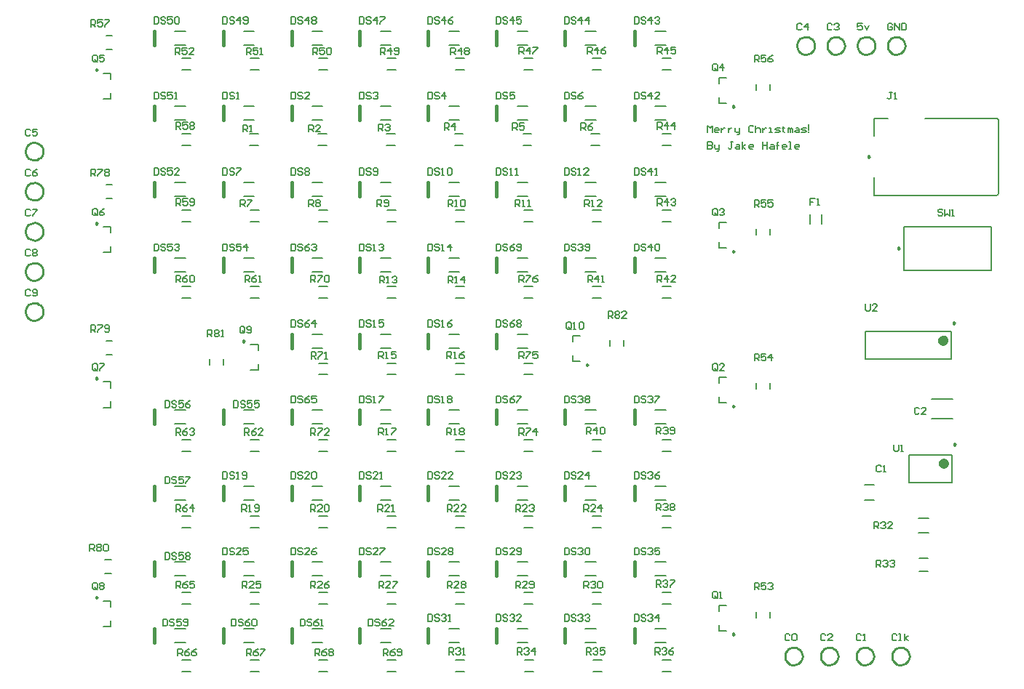
<source format=gto>
G04*
G04 #@! TF.GenerationSoftware,Altium Limited,Altium Designer,20.1.12 (249)*
G04*
G04 Layer_Color=65535*
%FSLAX25Y25*%
%MOIN*%
G70*
G04*
G04 #@! TF.SameCoordinates,9558268F-E582-4542-BACD-EEF3D3045912*
G04*
G04*
G04 #@! TF.FilePolarity,Positive*
G04*
G01*
G75*
%ADD10C,0.01000*%
%ADD11C,0.00984*%
%ADD12C,0.00787*%
%ADD13C,0.02362*%
%ADD14C,0.01575*%
%ADD15C,0.00591*%
D10*
X261662Y401125D02*
X261536Y402128D01*
X261164Y403067D01*
X260570Y403885D01*
X259791Y404529D01*
X258877Y404959D01*
X257884Y405148D01*
X256876Y405085D01*
X255915Y404773D01*
X255062Y404231D01*
X254370Y403494D01*
X253883Y402609D01*
X253632Y401630D01*
Y400620D01*
X253883Y399641D01*
X254370Y398756D01*
X255062Y398019D01*
X255915Y397478D01*
X256876Y397165D01*
X257884Y397102D01*
X258877Y397291D01*
X259791Y397721D01*
X260570Y398365D01*
X261164Y399183D01*
X261536Y400122D01*
X261662Y401125D01*
X658531Y188000D02*
X658404Y189003D01*
X658033Y189942D01*
X657439Y190760D01*
X656660Y191404D01*
X655746Y191834D01*
X654753Y192023D01*
X653745Y191960D01*
X652784Y191648D01*
X651931Y191106D01*
X651239Y190369D01*
X650752Y189484D01*
X650501Y188505D01*
Y187495D01*
X650752Y186516D01*
X651239Y185631D01*
X651931Y184894D01*
X652784Y184353D01*
X653745Y184040D01*
X654753Y183977D01*
X655746Y184166D01*
X656660Y184596D01*
X657439Y185240D01*
X658033Y186058D01*
X658404Y186997D01*
X658531Y188000D01*
X642698Y468000D02*
X642571Y469002D01*
X642199Y469942D01*
X641605Y470759D01*
X640827Y471404D01*
X639912Y471834D01*
X638920Y472023D01*
X637911Y471960D01*
X636950Y471648D01*
X636097Y471106D01*
X635405Y470369D01*
X634919Y469484D01*
X634667Y468505D01*
Y467495D01*
X634919Y466516D01*
X635405Y465631D01*
X636097Y464894D01*
X636950Y464353D01*
X637911Y464040D01*
X638920Y463977D01*
X639912Y464166D01*
X640827Y464596D01*
X641605Y465240D01*
X642199Y466058D01*
X642571Y466997D01*
X642698Y468000D01*
X656531Y468000D02*
X656404Y469002D01*
X656033Y469942D01*
X655439Y470759D01*
X654660Y471404D01*
X653746Y471834D01*
X652753Y472023D01*
X651745Y471960D01*
X650784Y471648D01*
X649930Y471106D01*
X649239Y470369D01*
X648752Y469484D01*
X648501Y468505D01*
Y467495D01*
X648752Y466516D01*
X649239Y465631D01*
X649930Y464894D01*
X650784Y464353D01*
X651745Y464040D01*
X652753Y463977D01*
X653746Y464166D01*
X654660Y464596D01*
X655439Y465240D01*
X656033Y466058D01*
X656404Y466997D01*
X656531Y468000D01*
X261662Y419500D02*
X261536Y420503D01*
X261164Y421442D01*
X260570Y422260D01*
X259791Y422904D01*
X258877Y423334D01*
X257884Y423523D01*
X256876Y423460D01*
X255915Y423147D01*
X255062Y422606D01*
X254370Y421869D01*
X253883Y420984D01*
X253632Y420005D01*
Y418995D01*
X253883Y418016D01*
X254370Y417131D01*
X255062Y416394D01*
X255915Y415852D01*
X256876Y415540D01*
X257884Y415477D01*
X258877Y415666D01*
X259791Y416096D01*
X260570Y416741D01*
X261164Y417558D01*
X261536Y418498D01*
X261662Y419500D01*
X615031Y468000D02*
X614904Y469002D01*
X614533Y469942D01*
X613939Y470759D01*
X613160Y471404D01*
X612246Y471834D01*
X611253Y472023D01*
X610245Y471960D01*
X609284Y471648D01*
X608430Y471106D01*
X607739Y470369D01*
X607252Y469484D01*
X607001Y468505D01*
Y467495D01*
X607252Y466516D01*
X607739Y465631D01*
X608430Y464894D01*
X609284Y464353D01*
X610245Y464040D01*
X611253Y463977D01*
X612246Y464166D01*
X613160Y464596D01*
X613939Y465240D01*
X614533Y466058D01*
X614904Y466997D01*
X615031Y468000D01*
X628864Y468000D02*
X628738Y469002D01*
X628366Y469942D01*
X627772Y470759D01*
X626993Y471404D01*
X626079Y471834D01*
X625086Y472023D01*
X624078Y471960D01*
X623117Y471648D01*
X622264Y471106D01*
X621572Y470369D01*
X621085Y469484D01*
X620834Y468505D01*
Y467495D01*
X621085Y466516D01*
X621572Y465631D01*
X622264Y464894D01*
X623117Y464353D01*
X624078Y464040D01*
X625086Y463977D01*
X626079Y464166D01*
X626993Y464596D01*
X627772Y465240D01*
X628366Y466058D01*
X628738Y466997D01*
X628864Y468000D01*
X642198Y188000D02*
X642071Y189003D01*
X641699Y189942D01*
X641105Y190760D01*
X640327Y191404D01*
X639412Y191834D01*
X638420Y192023D01*
X637411Y191960D01*
X636450Y191648D01*
X635597Y191106D01*
X634905Y190369D01*
X634419Y189484D01*
X634167Y188505D01*
Y187495D01*
X634419Y186516D01*
X634905Y185631D01*
X635597Y184894D01*
X636450Y184353D01*
X637411Y184040D01*
X638420Y183977D01*
X639412Y184166D01*
X640327Y184596D01*
X641105Y185240D01*
X641699Y186058D01*
X642071Y186997D01*
X642198Y188000D01*
X609531Y188000D02*
X609405Y189003D01*
X609032Y189942D01*
X608439Y190760D01*
X607660Y191404D01*
X606746Y191834D01*
X605753Y192023D01*
X604745Y191960D01*
X603784Y191648D01*
X602930Y191106D01*
X602239Y190369D01*
X601752Y189484D01*
X601501Y188505D01*
Y187495D01*
X601752Y186516D01*
X602239Y185631D01*
X602930Y184894D01*
X603784Y184353D01*
X604745Y184040D01*
X605753Y183977D01*
X606746Y184166D01*
X607660Y184596D01*
X608439Y185240D01*
X609032Y186058D01*
X609405Y186997D01*
X609531Y188000D01*
X625865Y188000D02*
X625738Y189003D01*
X625366Y189942D01*
X624772Y190760D01*
X623993Y191404D01*
X623079Y191834D01*
X622086Y192023D01*
X621078Y191960D01*
X620117Y191648D01*
X619264Y191106D01*
X618572Y190369D01*
X618085Y189484D01*
X617834Y188505D01*
Y187495D01*
X618085Y186516D01*
X618572Y185631D01*
X619264Y184894D01*
X620117Y184353D01*
X621078Y184040D01*
X622086Y183977D01*
X623079Y184166D01*
X623993Y184596D01*
X624772Y185240D01*
X625366Y186058D01*
X625738Y186997D01*
X625865Y188000D01*
X261662Y382750D02*
X261536Y383752D01*
X261164Y384692D01*
X260570Y385509D01*
X259791Y386154D01*
X258877Y386584D01*
X257884Y386773D01*
X256876Y386710D01*
X255915Y386398D01*
X255062Y385856D01*
X254370Y385119D01*
X253883Y384234D01*
X253632Y383255D01*
Y382245D01*
X253883Y381266D01*
X254370Y380381D01*
X255062Y379644D01*
X255915Y379102D01*
X256876Y378790D01*
X257884Y378727D01*
X258877Y378916D01*
X259791Y379346D01*
X260570Y379991D01*
X261164Y380808D01*
X261536Y381748D01*
X261662Y382750D01*
Y346000D02*
X261536Y347003D01*
X261164Y347942D01*
X260570Y348760D01*
X259791Y349404D01*
X258877Y349834D01*
X257884Y350023D01*
X256876Y349960D01*
X255915Y349647D01*
X255062Y349106D01*
X254370Y348369D01*
X253883Y347484D01*
X253632Y346505D01*
Y345495D01*
X253883Y344516D01*
X254370Y343631D01*
X255062Y342894D01*
X255915Y342353D01*
X256876Y342040D01*
X257884Y341977D01*
X258877Y342166D01*
X259791Y342596D01*
X260570Y343240D01*
X261164Y344058D01*
X261536Y344998D01*
X261662Y346000D01*
Y364375D02*
X261536Y365377D01*
X261164Y366317D01*
X260570Y367134D01*
X259791Y367779D01*
X258877Y368209D01*
X257884Y368398D01*
X256876Y368335D01*
X255915Y368022D01*
X255062Y367481D01*
X254370Y366744D01*
X253883Y365859D01*
X253632Y364880D01*
Y363870D01*
X253883Y362891D01*
X254370Y362006D01*
X255062Y361269D01*
X255915Y360728D01*
X256876Y360415D01*
X257884Y360352D01*
X258877Y360541D01*
X259791Y360971D01*
X260570Y361615D01*
X261164Y362433D01*
X261536Y363372D01*
X261662Y364375D01*
D11*
X640358Y417000D02*
X639620Y417426D01*
Y416574D01*
X640358Y417000D01*
X654130Y375000D02*
X653392Y375426D01*
Y374574D01*
X654130Y375000D01*
X679608Y285122D02*
X678869Y285548D01*
Y284696D01*
X679608Y285122D01*
X679240Y340835D02*
X678502Y341261D01*
Y340408D01*
X679240Y340835D01*
X511429Y321520D02*
X510691Y321946D01*
Y321094D01*
X511429Y321520D01*
X286555Y214980D02*
X285817Y215406D01*
Y214554D01*
X286555Y214980D01*
Y315413D02*
X285817Y315840D01*
Y314987D01*
X286555Y315413D01*
Y386480D02*
X285817Y386907D01*
Y386054D01*
X286555Y386480D01*
X578429Y198020D02*
X577691Y198446D01*
Y197593D01*
X578429Y198020D01*
Y302520D02*
X577691Y302946D01*
Y302094D01*
X578429Y302520D01*
Y373587D02*
X577691Y374013D01*
Y373160D01*
X578429Y373587D01*
X286555Y456980D02*
X285817Y457407D01*
Y456554D01*
X286555Y456980D01*
X353999Y332480D02*
X353261Y332907D01*
Y332054D01*
X353999Y332480D01*
X578429Y440020D02*
X577691Y440446D01*
Y439594D01*
X578429Y440020D01*
D12*
X698331Y399284D02*
X699027Y399572D01*
X699316Y400268D01*
Y433732D02*
X699027Y434428D01*
X698331Y434717D01*
X642307Y399284D02*
X698331D01*
X699315Y400268D02*
Y433732D01*
X642307Y426449D02*
Y434717D01*
X665654D02*
X698331D01*
X642307D02*
X648724D01*
X642228Y399284D02*
Y407551D01*
X695999Y364999D02*
X695999Y385000D01*
X655999Y364999D02*
X656000Y385000D01*
X655999Y364999D02*
X695999D01*
X656000Y385000D02*
X696000D01*
X612877Y386377D02*
Y390707D01*
X618157Y386335D02*
Y390665D01*
X662738Y244752D02*
X667446D01*
X662738Y251248D02*
X667446D01*
X658328Y280299D02*
X678013D01*
X658328Y267701D02*
X678013D01*
Y280299D01*
X658328Y267701D02*
Y280299D01*
X668567Y297071D02*
X678434D01*
X668567Y305929D02*
X678434D01*
X637835Y259457D02*
X642165D01*
X637835Y266543D02*
X642165D01*
X638315Y336799D02*
X677685D01*
X638315Y324201D02*
X677685D01*
Y336799D01*
X638315Y324201D02*
Y336799D01*
X663118Y227047D02*
X667055D01*
X663118Y232953D02*
X667055D01*
X322126Y231149D02*
X326874D01*
X322126Y224850D02*
X326874D01*
X325287Y282009D02*
X329224D01*
X325287Y287324D02*
X329224D01*
X325287Y462157D02*
X329224D01*
X325287Y456843D02*
X329224D01*
X353626Y231149D02*
X358374D01*
X353626Y224850D02*
X358374D01*
X356787Y282009D02*
X360724D01*
X356787Y287324D02*
X360724D01*
X356787Y462157D02*
X360724D01*
X356787Y456843D02*
X360724D01*
X384926Y231149D02*
X389674D01*
X384926Y224850D02*
X389674D01*
X384926Y335649D02*
X389674D01*
X384926Y329350D02*
X389674D01*
X388087Y462157D02*
X392024D01*
X388087Y456843D02*
X392024D01*
X388087Y282009D02*
X392024D01*
X388087Y287324D02*
X392024D01*
X416226Y231149D02*
X420974D01*
X416226Y224850D02*
X420974D01*
X416226Y335649D02*
X420974D01*
X416226Y329350D02*
X420974D01*
X419387Y462157D02*
X423324D01*
X419387Y456843D02*
X423324D01*
X419387Y287324D02*
X423324D01*
X419387Y282009D02*
X423324D01*
X447526Y231149D02*
X452274D01*
X447526Y224850D02*
X452274D01*
X447526Y335649D02*
X452274D01*
X447526Y329350D02*
X452274D01*
X450687Y462157D02*
X454624D01*
X450687Y456843D02*
X454624D01*
X450687Y287324D02*
X454624D01*
X450687Y282009D02*
X454624D01*
X478826Y231149D02*
X483574D01*
X478826Y224850D02*
X483574D01*
X481987Y282009D02*
X485924D01*
X481987Y287324D02*
X485924D01*
X478826Y335649D02*
X483574D01*
X478826Y329350D02*
X483574D01*
X481987Y462157D02*
X485924D01*
X481987Y456843D02*
X485924D01*
X510126Y231149D02*
X514874D01*
X510126Y224850D02*
X514874D01*
X513287Y287324D02*
X517224D01*
X513287Y282009D02*
X517224D01*
X504244Y332150D02*
Y334906D01*
X507787D01*
X504244Y323095D02*
Y325850D01*
Y323095D02*
X507787D01*
X513287Y462157D02*
X517224D01*
X513287Y456843D02*
X517224D01*
X542126Y224850D02*
X546874D01*
X542126Y231149D02*
X546874D01*
X545287Y287324D02*
X549224D01*
X545287Y282009D02*
X549224D01*
X545287Y462157D02*
X549224D01*
X545287Y456843D02*
X549224D01*
X290122Y225850D02*
X292878D01*
X290122Y232150D02*
X292878D01*
X290622Y326350D02*
X293378D01*
X290622Y332650D02*
X293378D01*
X290622Y397850D02*
X293378D01*
X290622Y404150D02*
X293378D01*
X292756Y201594D02*
Y204350D01*
X289213Y201594D02*
X292756D01*
Y210650D02*
Y213405D01*
X289213D02*
X292756D01*
Y302028D02*
Y304783D01*
X289213Y302028D02*
X292756D01*
Y311083D02*
Y313839D01*
X289213D02*
X292756D01*
Y373095D02*
Y375850D01*
X289213Y373095D02*
X292756D01*
Y382150D02*
Y384906D01*
X289213D02*
X292756D01*
X322126Y300816D02*
X326874D01*
X322126Y294517D02*
X326874D01*
X322126Y370483D02*
X326874D01*
X322126Y364183D02*
X326874D01*
X322126Y405316D02*
X326874D01*
X322126Y399017D02*
X326874D01*
X322126Y440149D02*
X326874D01*
X322126Y433850D02*
X326874D01*
X322126Y468350D02*
X326874D01*
X322126Y474649D02*
X326874D01*
X325287Y180842D02*
X329224D01*
X325287Y186158D02*
X329224D01*
X325287Y211842D02*
X329224D01*
X325287Y217158D02*
X329224D01*
X325287Y246926D02*
X329224D01*
X325287Y252241D02*
X329224D01*
X325287Y422342D02*
X329224D01*
X325287Y427658D02*
X329224D01*
X353626Y300816D02*
X358374D01*
X353626Y294517D02*
X358374D01*
X353626Y370483D02*
X358374D01*
X353626Y364183D02*
X358374D01*
X353626Y405316D02*
X358374D01*
X353626Y399017D02*
X358374D01*
X353626Y433850D02*
X358374D01*
X353626Y440149D02*
X358374D01*
X353626Y468350D02*
X358374D01*
X353626Y474649D02*
X358374D01*
X356787Y180842D02*
X360724D01*
X356787Y186158D02*
X360724D01*
X356787Y217158D02*
X360724D01*
X356787Y211842D02*
X360724D01*
X356787Y252241D02*
X360724D01*
X356787Y246926D02*
X360724D01*
X356287Y427658D02*
X360224D01*
X356287Y422342D02*
X360224D01*
X388087Y180842D02*
X392024D01*
X388087Y186158D02*
X392024D01*
X388087Y217158D02*
X392024D01*
X388087Y211842D02*
X392024D01*
X388087Y252241D02*
X392024D01*
X388087Y246926D02*
X392024D01*
X384926Y300816D02*
X389674D01*
X384926Y294517D02*
X389674D01*
X388087Y317092D02*
X392024D01*
X388087Y322408D02*
X392024D01*
X384926Y370483D02*
X389674D01*
X384926Y364183D02*
X389674D01*
X384926Y405316D02*
X389674D01*
X384926Y399017D02*
X389674D01*
X387587Y427658D02*
X391524D01*
X387587Y422342D02*
X391524D01*
X384926Y433850D02*
X389674D01*
X384926Y440149D02*
X389674D01*
X384926Y468350D02*
X389674D01*
X384926Y474649D02*
X389674D01*
X419387Y180842D02*
X423324D01*
X419387Y186158D02*
X423324D01*
X419387Y217158D02*
X423324D01*
X419387Y211842D02*
X423324D01*
X419387Y252241D02*
X423324D01*
X419387Y246926D02*
X423324D01*
X416226Y300816D02*
X420974D01*
X416226Y294517D02*
X420974D01*
X419387Y322408D02*
X423324D01*
X419387Y317092D02*
X423324D01*
X416226Y370483D02*
X420974D01*
X416226Y364183D02*
X420974D01*
X416226Y405316D02*
X420974D01*
X416226Y399017D02*
X420974D01*
X418887Y427658D02*
X422824D01*
X418887Y422342D02*
X422824D01*
X416226Y433850D02*
X420974D01*
X416226Y440149D02*
X420974D01*
X416226Y468350D02*
X420974D01*
X416226Y474649D02*
X420974D01*
X450687Y180842D02*
X454624D01*
X450687Y186158D02*
X454624D01*
X450687Y217158D02*
X454624D01*
X450687Y211842D02*
X454624D01*
X450687Y252241D02*
X454624D01*
X450687Y246926D02*
X454624D01*
X447526Y300816D02*
X452274D01*
X447526Y294517D02*
X452274D01*
X450687Y322408D02*
X454624D01*
X450687Y317092D02*
X454624D01*
X447526Y370483D02*
X452274D01*
X447526Y364183D02*
X452274D01*
X447526Y405316D02*
X452274D01*
X447526Y399017D02*
X452274D01*
X450187Y427658D02*
X454124D01*
X450187Y422342D02*
X454124D01*
X447526Y433850D02*
X452274D01*
X447526Y440149D02*
X452274D01*
X447526Y468350D02*
X452274D01*
X447526Y474649D02*
X452274D01*
X482221Y180842D02*
X486158D01*
X482221Y186158D02*
X486158D01*
X481987Y217158D02*
X485924D01*
X481987Y211842D02*
X485924D01*
X481987Y252241D02*
X485924D01*
X481987Y246926D02*
X485924D01*
X478826Y300816D02*
X483574D01*
X478826Y294517D02*
X483574D01*
X481987Y317092D02*
X485924D01*
X481987Y322408D02*
X485924D01*
X478826Y370483D02*
X483574D01*
X478826Y364183D02*
X483574D01*
X478826Y405316D02*
X483574D01*
X478826Y399017D02*
X483574D01*
X481487Y427658D02*
X485424D01*
X481487Y422342D02*
X485424D01*
X478826Y433850D02*
X483574D01*
X478826Y440149D02*
X483574D01*
X478826Y468350D02*
X483574D01*
X478826Y474649D02*
X483574D01*
X513754Y180842D02*
X517691D01*
X513754Y186158D02*
X517691D01*
X513287Y217158D02*
X517224D01*
X513287Y211842D02*
X517224D01*
X513287Y252241D02*
X517224D01*
X513287Y246926D02*
X517224D01*
X510126Y294517D02*
X514874D01*
X510126Y300816D02*
X514874D01*
X510126Y364183D02*
X514874D01*
X510126Y370483D02*
X514874D01*
X510126Y405316D02*
X514874D01*
X510126Y399017D02*
X514874D01*
X512787Y427658D02*
X516724D01*
X512787Y422342D02*
X516724D01*
X510126Y433850D02*
X514874D01*
X510126Y440149D02*
X514874D01*
X510126Y468350D02*
X514874D01*
X510126Y474649D02*
X514874D01*
X527650Y330122D02*
Y332878D01*
X521350Y330122D02*
Y332878D01*
X545287Y180842D02*
X549224D01*
X545287Y186158D02*
X549224D01*
X545287Y217158D02*
X549224D01*
X545287Y211842D02*
X549224D01*
X545287Y252241D02*
X549224D01*
X545287Y246926D02*
X549224D01*
X542126Y294517D02*
X546874D01*
X542126Y300816D02*
X546874D01*
X542126Y364183D02*
X546874D01*
X542126Y370483D02*
X546874D01*
X542126Y399017D02*
X546874D01*
X542126Y405316D02*
X546874D01*
X545287Y427658D02*
X549224D01*
X545287Y422342D02*
X549224D01*
X542126Y433850D02*
X546874D01*
X542126Y440149D02*
X546874D01*
X542126Y468350D02*
X546874D01*
X542126Y474649D02*
X546874D01*
X571244Y199594D02*
X574787D01*
X571244D02*
Y202350D01*
Y211405D02*
X574787D01*
X571244Y208650D02*
Y211405D01*
Y313150D02*
Y315905D01*
X574787D01*
X571244Y304095D02*
Y306850D01*
Y304095D02*
X574787D01*
X571244Y384217D02*
Y386972D01*
X574787D01*
X571244Y375161D02*
Y377917D01*
Y375161D02*
X574787D01*
X588350Y205622D02*
Y208378D01*
X594650Y205622D02*
Y208378D01*
X588350Y310622D02*
Y313378D01*
X594650Y310622D02*
Y313378D01*
X290622Y472650D02*
X293378D01*
X290622Y466350D02*
X293378D01*
X292756Y443595D02*
Y446350D01*
X289213Y443595D02*
X292756D01*
Y452650D02*
Y455406D01*
X289213D02*
X292756D01*
X322126Y200650D02*
X326874D01*
X322126Y194350D02*
X326874D01*
X322126Y265983D02*
X326874D01*
X322126Y259683D02*
X326874D01*
X325287Y352176D02*
X329224D01*
X325287Y357491D02*
X329224D01*
X325287Y387259D02*
X329224D01*
X325287Y392574D02*
X329224D01*
X337850Y321622D02*
Y324378D01*
X344150Y321622D02*
Y324378D01*
X353626Y200650D02*
X358374D01*
X353626Y194350D02*
X358374D01*
X353626Y265983D02*
X358374D01*
X353626Y259683D02*
X358374D01*
X360200Y319094D02*
Y321850D01*
X356657Y319094D02*
X360200D01*
Y328150D02*
Y330906D01*
X356657D02*
X360200D01*
X356787Y352176D02*
X360724D01*
X356787Y357491D02*
X360724D01*
X356787Y392574D02*
X360724D01*
X356787Y387259D02*
X360724D01*
X384926Y200650D02*
X389674D01*
X384926Y194350D02*
X389674D01*
X384926Y265983D02*
X389674D01*
X384926Y259683D02*
X389674D01*
X388087Y352176D02*
X392024D01*
X388087Y357491D02*
X392024D01*
X388087Y392574D02*
X392024D01*
X388087Y387259D02*
X392024D01*
X416226Y200650D02*
X420974D01*
X416226Y194350D02*
X420974D01*
X416226Y265983D02*
X420974D01*
X416226Y259683D02*
X420974D01*
X419387Y357491D02*
X423324D01*
X419387Y352176D02*
X423324D01*
X419387Y392574D02*
X423324D01*
X419387Y387259D02*
X423324D01*
X447526Y200650D02*
X452274D01*
X447526Y194350D02*
X452274D01*
X447526Y265983D02*
X452274D01*
X447526Y259683D02*
X452274D01*
X450687Y357491D02*
X454624D01*
X450687Y352176D02*
X454624D01*
X450687Y392574D02*
X454624D01*
X450687Y387259D02*
X454624D01*
X478826Y200650D02*
X483574D01*
X478826Y194350D02*
X483574D01*
X478826Y265983D02*
X483574D01*
X478826Y259683D02*
X483574D01*
X481987Y352176D02*
X485924D01*
X481987Y357491D02*
X485924D01*
X481987Y392574D02*
X485924D01*
X481987Y387259D02*
X485924D01*
X510126Y200650D02*
X514874D01*
X510126Y194350D02*
X514874D01*
X510126Y265983D02*
X514874D01*
X510126Y259683D02*
X514874D01*
X513287Y357491D02*
X517224D01*
X513287Y352176D02*
X517224D01*
X513287Y392574D02*
X517224D01*
X513287Y387259D02*
X517224D01*
X542126Y200650D02*
X546874D01*
X542126Y194350D02*
X546874D01*
X542126Y259683D02*
X546874D01*
X542126Y265983D02*
X546874D01*
X545287Y357491D02*
X549224D01*
X545287Y352176D02*
X549224D01*
X545287Y392574D02*
X549224D01*
X545287Y387259D02*
X549224D01*
X571244Y450650D02*
Y453406D01*
X574787D01*
X571244Y441595D02*
Y444350D01*
Y441595D02*
X574787D01*
X588350Y381122D02*
Y383878D01*
X594650Y381122D02*
Y383878D01*
X588350Y447622D02*
Y450378D01*
X594650Y447622D02*
Y450378D01*
D13*
X675257Y276362D02*
X674813Y277286D01*
X673813Y277514D01*
X673012Y276875D01*
Y275850D01*
X673813Y275211D01*
X674813Y275439D01*
X675257Y276362D01*
X674929Y332862D02*
X674484Y333786D01*
X673485Y334014D01*
X672684Y333375D01*
Y332350D01*
X673485Y331711D01*
X674484Y331939D01*
X674929Y332862D01*
D14*
X312689Y224850D02*
Y231149D01*
X344189Y224850D02*
Y231149D01*
X375489Y224850D02*
Y231149D01*
Y329350D02*
Y335649D01*
X406789Y224850D02*
Y231149D01*
Y329350D02*
Y335649D01*
X438089Y224850D02*
Y231149D01*
Y329350D02*
Y335649D01*
X469389Y224850D02*
Y231149D01*
Y329350D02*
Y335649D01*
X500689Y224850D02*
Y231149D01*
X532689Y224850D02*
Y231149D01*
X312689Y294517D02*
Y300816D01*
Y364183D02*
Y370483D01*
Y399017D02*
Y405316D01*
Y433850D02*
Y440149D01*
Y468350D02*
Y474649D01*
X344189Y294517D02*
Y300816D01*
Y364183D02*
Y370483D01*
Y399017D02*
Y405316D01*
Y433850D02*
Y440149D01*
Y468350D02*
Y474649D01*
X375489Y294517D02*
Y300816D01*
Y364183D02*
Y370483D01*
Y399017D02*
Y405316D01*
Y433850D02*
Y440149D01*
Y468350D02*
Y474649D01*
X406789Y294517D02*
Y300816D01*
Y364183D02*
Y370483D01*
Y399017D02*
Y405316D01*
Y433850D02*
Y440149D01*
Y468350D02*
Y474649D01*
X438089Y294517D02*
Y300816D01*
Y364183D02*
Y370483D01*
Y399017D02*
Y405316D01*
Y433850D02*
Y440149D01*
Y468350D02*
Y474649D01*
X469389Y294517D02*
Y300816D01*
Y364183D02*
Y370483D01*
Y399017D02*
Y405316D01*
Y433850D02*
Y440149D01*
Y468350D02*
Y474649D01*
X500689Y294517D02*
Y300816D01*
X500689Y364183D02*
Y370483D01*
X500689Y399017D02*
Y405316D01*
X500689Y433850D02*
Y440149D01*
Y468350D02*
Y474649D01*
X532689Y294517D02*
Y300816D01*
Y364183D02*
Y370483D01*
Y399017D02*
Y405316D01*
Y433850D02*
Y440149D01*
Y468350D02*
Y474649D01*
X312689Y194350D02*
Y200650D01*
Y259683D02*
Y265983D01*
X344189Y194350D02*
Y200650D01*
Y259683D02*
Y265983D01*
X375489Y194350D02*
Y200650D01*
Y259683D02*
Y265983D01*
X406789Y194350D02*
Y200650D01*
Y259683D02*
Y265983D01*
X438089Y194350D02*
Y200650D01*
Y259683D02*
Y265983D01*
X469389Y194350D02*
Y200650D01*
Y259683D02*
Y265983D01*
X500689Y194350D02*
Y200650D01*
Y259683D02*
Y265983D01*
X532689Y194350D02*
Y200650D01*
Y259683D02*
Y265983D01*
D15*
X255830Y410849D02*
X255305Y411374D01*
X254256D01*
X253731Y410849D01*
Y408750D01*
X254256Y408225D01*
X255305D01*
X255830Y408750D01*
X258979Y411374D02*
X257929Y410849D01*
X256880Y409799D01*
Y408750D01*
X257404Y408225D01*
X258454D01*
X258979Y408750D01*
Y409274D01*
X258454Y409799D01*
X256880D01*
X652699Y197724D02*
X652174Y198249D01*
X651125D01*
X650600Y197724D01*
Y195625D01*
X651125Y195100D01*
X652174D01*
X652699Y195625D01*
X653749Y195100D02*
X654798D01*
X654273D01*
Y198249D01*
X653749D01*
X656372Y195100D02*
Y198249D01*
Y196150D02*
X657947Y197199D01*
X656372Y196150D02*
X657947Y195100D01*
X636866Y478249D02*
X634767D01*
Y476674D01*
X635816Y477199D01*
X636341D01*
X636866Y476674D01*
Y475625D01*
X636341Y475100D01*
X635291D01*
X634767Y475625D01*
X637915Y477199D02*
X638965Y475100D01*
X640014Y477199D01*
X650699Y477724D02*
X650174Y478249D01*
X649125D01*
X648600Y477724D01*
Y475625D01*
X649125Y475100D01*
X650174D01*
X650699Y475625D01*
Y476674D01*
X649649D01*
X651749Y475100D02*
Y478249D01*
X653848Y475100D01*
Y478249D01*
X654897D02*
Y475100D01*
X656471D01*
X656996Y475625D01*
Y477724D01*
X656471Y478249D01*
X654897D01*
X255830Y429224D02*
X255305Y429749D01*
X254256D01*
X253731Y429224D01*
Y427125D01*
X254256Y426600D01*
X255305D01*
X255830Y427125D01*
X258979Y429749D02*
X256880D01*
Y428174D01*
X257929Y428699D01*
X258454D01*
X258979Y428174D01*
Y427125D01*
X258454Y426600D01*
X257404D01*
X256880Y427125D01*
X609199Y477724D02*
X608674Y478249D01*
X607625D01*
X607100Y477724D01*
Y475625D01*
X607625Y475100D01*
X608674D01*
X609199Y475625D01*
X611823Y475100D02*
Y478249D01*
X610249Y476674D01*
X612348D01*
X623032Y477724D02*
X622508Y478249D01*
X621458D01*
X620933Y477724D01*
Y475625D01*
X621458Y475100D01*
X622508D01*
X623032Y475625D01*
X624082Y477724D02*
X624607Y478249D01*
X625656D01*
X626181Y477724D01*
Y477199D01*
X625656Y476674D01*
X625132D01*
X625656D01*
X626181Y476150D01*
Y475625D01*
X625656Y475100D01*
X624607D01*
X624082Y475625D01*
X636366Y197724D02*
X635841Y198249D01*
X634791D01*
X634267Y197724D01*
Y195625D01*
X634791Y195100D01*
X635841D01*
X636366Y195625D01*
X637415Y195100D02*
X638465D01*
X637940D01*
Y198249D01*
X637415Y197724D01*
X603699D02*
X603174Y198249D01*
X602125D01*
X601600Y197724D01*
Y195625D01*
X602125Y195100D01*
X603174D01*
X603699Y195625D01*
X604749Y197724D02*
X605273Y198249D01*
X606323D01*
X606848Y197724D01*
Y195625D01*
X606323Y195100D01*
X605273D01*
X604749Y195625D01*
Y197724D01*
X620032D02*
X619508Y198249D01*
X618458D01*
X617933Y197724D01*
Y195625D01*
X618458Y195100D01*
X619508D01*
X620032Y195625D01*
X623181Y195100D02*
X621082D01*
X623181Y197199D01*
Y197724D01*
X622656Y198249D01*
X621607D01*
X621082Y197724D01*
X255830Y392474D02*
X255305Y392999D01*
X254256D01*
X253731Y392474D01*
Y390375D01*
X254256Y389850D01*
X255305D01*
X255830Y390375D01*
X256880Y392999D02*
X258979D01*
Y392474D01*
X256880Y390375D01*
Y389850D01*
X255830Y355724D02*
X255305Y356249D01*
X254256D01*
X253731Y355724D01*
Y353625D01*
X254256Y353100D01*
X255305D01*
X255830Y353625D01*
X256880D02*
X257404Y353100D01*
X258454D01*
X258979Y353625D01*
Y355724D01*
X258454Y356249D01*
X257404D01*
X256880Y355724D01*
Y355199D01*
X257404Y354674D01*
X258979D01*
X255830Y374099D02*
X255305Y374624D01*
X254256D01*
X253731Y374099D01*
Y372000D01*
X254256Y371475D01*
X255305D01*
X255830Y372000D01*
X256880Y374099D02*
X257404Y374624D01*
X258454D01*
X258979Y374099D01*
Y373574D01*
X258454Y373049D01*
X258979Y372524D01*
Y372000D01*
X258454Y371475D01*
X257404D01*
X256880Y372000D01*
Y372524D01*
X257404Y373049D01*
X256880Y373574D01*
Y374099D01*
X257404Y373049D02*
X258454D01*
X566090Y423789D02*
Y420640D01*
X567665D01*
X568190Y421165D01*
Y421690D01*
X567665Y422214D01*
X566090D01*
X567665D01*
X568190Y422739D01*
Y423264D01*
X567665Y423789D01*
X566090D01*
X569239Y422739D02*
Y421165D01*
X569764Y420640D01*
X571338D01*
Y420115D01*
X570813Y419591D01*
X570289D01*
X571338Y420640D02*
Y422739D01*
X577635Y423789D02*
X576586D01*
X577111D01*
Y421165D01*
X576586Y420640D01*
X576061D01*
X575536Y421165D01*
X579210Y422739D02*
X580259D01*
X580784Y422214D01*
Y420640D01*
X579210D01*
X578685Y421165D01*
X579210Y421690D01*
X580784D01*
X581834Y420640D02*
Y423789D01*
Y421690D02*
X583408Y422739D01*
X581834Y421690D02*
X583408Y420640D01*
X586556D02*
X585507D01*
X584982Y421165D01*
Y422214D01*
X585507Y422739D01*
X586556D01*
X587081Y422214D01*
Y421690D01*
X584982D01*
X591279Y423789D02*
Y420640D01*
Y422214D01*
X593378D01*
Y423789D01*
Y420640D01*
X594953Y422739D02*
X596002D01*
X596527Y422214D01*
Y420640D01*
X594953D01*
X594428Y421165D01*
X594953Y421690D01*
X596527D01*
X598101Y420640D02*
Y423264D01*
Y422214D01*
X597576D01*
X598626D01*
X598101D01*
Y423264D01*
X598626Y423789D01*
X601775Y420640D02*
X600725D01*
X600200Y421165D01*
Y422214D01*
X600725Y422739D01*
X601775D01*
X602299Y422214D01*
Y421690D01*
X600200D01*
X603349Y420640D02*
X604398D01*
X603874D01*
Y423789D01*
X603349D01*
X607547Y420640D02*
X606497D01*
X605973Y421165D01*
Y422214D01*
X606497Y422739D01*
X607547D01*
X608072Y422214D01*
Y421690D01*
X605973D01*
X566090Y428140D02*
Y431289D01*
X567140Y430239D01*
X568190Y431289D01*
Y428140D01*
X570813D02*
X569764D01*
X569239Y428665D01*
Y429714D01*
X569764Y430239D01*
X570813D01*
X571338Y429714D01*
Y429190D01*
X569239D01*
X572388Y430239D02*
Y428140D01*
Y429190D01*
X572913Y429714D01*
X573437Y430239D01*
X573962D01*
X575536D02*
Y428140D01*
Y429190D01*
X576061Y429714D01*
X576586Y430239D01*
X577111D01*
X578685D02*
Y428665D01*
X579210Y428140D01*
X580784D01*
Y427615D01*
X580259Y427091D01*
X579734D01*
X580784Y428140D02*
Y430239D01*
X587081Y430764D02*
X586556Y431289D01*
X585507D01*
X584982Y430764D01*
Y428665D01*
X585507Y428140D01*
X586556D01*
X587081Y428665D01*
X588131Y431289D02*
Y428140D01*
Y429714D01*
X588655Y430239D01*
X589705D01*
X590230Y429714D01*
Y428140D01*
X591279Y430239D02*
Y428140D01*
Y429190D01*
X591804Y429714D01*
X592329Y430239D01*
X592854D01*
X594428Y428140D02*
X595477D01*
X594953D01*
Y430239D01*
X594428D01*
X597052Y428140D02*
X598626D01*
X599151Y428665D01*
X598626Y429190D01*
X597577D01*
X597052Y429714D01*
X597577Y430239D01*
X599151D01*
X600725Y430764D02*
Y430239D01*
X600200D01*
X601250D01*
X600725D01*
Y428665D01*
X601250Y428140D01*
X602824D02*
Y430239D01*
X603349D01*
X603874Y429714D01*
Y428140D01*
Y429714D01*
X604398Y430239D01*
X604923Y429714D01*
Y428140D01*
X606497Y430239D02*
X607547D01*
X608072Y429714D01*
Y428140D01*
X606497D01*
X605973Y428665D01*
X606497Y429190D01*
X608072D01*
X609121Y428140D02*
X610696D01*
X611220Y428665D01*
X610696Y429190D01*
X609646D01*
X609121Y429714D01*
X609646Y430239D01*
X611220D01*
X612270Y429190D02*
Y431813D01*
Y428665D02*
Y428140D01*
X650500Y446574D02*
X649450D01*
X649975D01*
Y443951D01*
X649450Y443426D01*
X648926D01*
X648401Y443951D01*
X651549Y443426D02*
X652599D01*
X652074D01*
Y446574D01*
X651549Y446049D01*
X673697Y392549D02*
X673173Y393074D01*
X672123D01*
X671598Y392549D01*
Y392025D01*
X672123Y391500D01*
X673173D01*
X673697Y390975D01*
Y390451D01*
X673173Y389926D01*
X672123D01*
X671598Y390451D01*
X674747Y393074D02*
Y389926D01*
X675796Y390975D01*
X676846Y389926D01*
Y393074D01*
X677895Y389926D02*
X678945D01*
X678420D01*
Y393074D01*
X677895Y392549D01*
X615199Y397949D02*
X613100D01*
Y396374D01*
X614150D01*
X613100D01*
Y394800D01*
X616249D02*
X617298D01*
X616773D01*
Y397949D01*
X616249Y397424D01*
X642302Y246426D02*
Y249574D01*
X643876D01*
X644401Y249049D01*
Y248000D01*
X643876Y247475D01*
X642302D01*
X643351D02*
X644401Y246426D01*
X645450Y249049D02*
X645975Y249574D01*
X647025D01*
X647549Y249049D01*
Y248525D01*
X647025Y248000D01*
X646500D01*
X647025D01*
X647549Y247475D01*
Y246951D01*
X647025Y246426D01*
X645975D01*
X645450Y246951D01*
X650698Y246426D02*
X648599D01*
X650698Y248525D01*
Y249049D01*
X650173Y249574D01*
X649124D01*
X648599Y249049D01*
X651401Y285074D02*
Y282451D01*
X651926Y281926D01*
X652975D01*
X653500Y282451D01*
Y285074D01*
X654550Y281926D02*
X655599D01*
X655074D01*
Y285074D01*
X654550Y284549D01*
X662975Y301550D02*
X662451Y302074D01*
X661401D01*
X660876Y301550D01*
Y299450D01*
X661401Y298926D01*
X662451D01*
X662975Y299450D01*
X666124Y298926D02*
X664025D01*
X666124Y301025D01*
Y301550D01*
X665599Y302074D01*
X664549D01*
X664025Y301550D01*
X645500Y275049D02*
X644975Y275574D01*
X643926D01*
X643401Y275049D01*
Y272951D01*
X643926Y272426D01*
X644975D01*
X645500Y272951D01*
X646550Y272426D02*
X647599D01*
X647074D01*
Y275574D01*
X646550Y275049D01*
X638400Y349549D02*
Y346925D01*
X638925Y346400D01*
X639974D01*
X640499Y346925D01*
Y349549D01*
X643648Y346400D02*
X641549D01*
X643648Y348499D01*
Y349024D01*
X643123Y349549D01*
X642073D01*
X641549Y349024D01*
X643302Y228926D02*
Y232074D01*
X644876D01*
X645401Y231550D01*
Y230500D01*
X644876Y229975D01*
X643302D01*
X644351D02*
X645401Y228926D01*
X646451Y231550D02*
X646975Y232074D01*
X648025D01*
X648550Y231550D01*
Y231025D01*
X648025Y230500D01*
X647500D01*
X648025D01*
X648550Y229975D01*
Y229450D01*
X648025Y228926D01*
X646975D01*
X646451Y229450D01*
X649599Y231550D02*
X650124Y232074D01*
X651173D01*
X651698Y231550D01*
Y231025D01*
X651173Y230500D01*
X650649D01*
X651173D01*
X651698Y229975D01*
Y229450D01*
X651173Y228926D01*
X650124D01*
X649599Y229450D01*
X317516Y235497D02*
Y232349D01*
X319090D01*
X319615Y232874D01*
Y234973D01*
X319090Y235497D01*
X317516D01*
X322764Y234973D02*
X322239Y235497D01*
X321189D01*
X320665Y234973D01*
Y234448D01*
X321189Y233923D01*
X322239D01*
X322764Y233398D01*
Y232874D01*
X322239Y232349D01*
X321189D01*
X320665Y232874D01*
X325912Y235497D02*
X323813D01*
Y233923D01*
X324863Y234448D01*
X325388D01*
X325912Y233923D01*
Y232874D01*
X325388Y232349D01*
X324338D01*
X323813Y232874D01*
X326962Y234973D02*
X327486Y235497D01*
X328536D01*
X329061Y234973D01*
Y234448D01*
X328536Y233923D01*
X329061Y233398D01*
Y232874D01*
X328536Y232349D01*
X327486D01*
X326962Y232874D01*
Y233398D01*
X327486Y233923D01*
X326962Y234448D01*
Y234973D01*
X327486Y233923D02*
X328536D01*
X322547Y289389D02*
Y292537D01*
X324121D01*
X324646Y292013D01*
Y290963D01*
X324121Y290438D01*
X322547D01*
X323596D02*
X324646Y289389D01*
X327794Y292537D02*
X326745Y292013D01*
X325695Y290963D01*
Y289914D01*
X326220Y289389D01*
X327270D01*
X327794Y289914D01*
Y290438D01*
X327270Y290963D01*
X325695D01*
X328844Y292013D02*
X329369Y292537D01*
X330418D01*
X330943Y292013D01*
Y291488D01*
X330418Y290963D01*
X329893D01*
X330418D01*
X330943Y290438D01*
Y289914D01*
X330418Y289389D01*
X329369D01*
X328844Y289914D01*
X322302Y463926D02*
Y467074D01*
X323876D01*
X324401Y466549D01*
Y465500D01*
X323876Y464975D01*
X322302D01*
X323351D02*
X324401Y463926D01*
X327550Y467074D02*
X325450D01*
Y465500D01*
X326500Y466025D01*
X327025D01*
X327550Y465500D01*
Y464451D01*
X327025Y463926D01*
X325975D01*
X325450Y464451D01*
X330698Y463926D02*
X328599D01*
X330698Y466025D01*
Y466549D01*
X330173Y467074D01*
X329124D01*
X328599Y466549D01*
X344000Y237649D02*
Y234500D01*
X345574D01*
X346099Y235025D01*
Y237124D01*
X345574Y237649D01*
X344000D01*
X349248Y237124D02*
X348723Y237649D01*
X347673D01*
X347149Y237124D01*
Y236599D01*
X347673Y236074D01*
X348723D01*
X349248Y235549D01*
Y235025D01*
X348723Y234500D01*
X347673D01*
X347149Y235025D01*
X352396Y234500D02*
X350297D01*
X352396Y236599D01*
Y237124D01*
X351871Y237649D01*
X350822D01*
X350297Y237124D01*
X355545Y237649D02*
X353446D01*
Y236074D01*
X354495Y236599D01*
X355020D01*
X355545Y236074D01*
Y235025D01*
X355020Y234500D01*
X353971D01*
X353446Y235025D01*
X354026Y289389D02*
Y292537D01*
X355600D01*
X356125Y292013D01*
Y290963D01*
X355600Y290438D01*
X354026D01*
X355076D02*
X356125Y289389D01*
X359274Y292537D02*
X358224Y292013D01*
X357175Y290963D01*
Y289914D01*
X357699Y289389D01*
X358749D01*
X359274Y289914D01*
Y290438D01*
X358749Y290963D01*
X357175D01*
X362422Y289389D02*
X360323D01*
X362422Y291488D01*
Y292013D01*
X361898Y292537D01*
X360848D01*
X360323Y292013D01*
X354827Y463926D02*
Y467074D01*
X356401D01*
X356926Y466549D01*
Y465500D01*
X356401Y464975D01*
X354827D01*
X355876D02*
X356926Y463926D01*
X360074Y467074D02*
X357975D01*
Y465500D01*
X359025Y466025D01*
X359549D01*
X360074Y465500D01*
Y464451D01*
X359549Y463926D01*
X358500D01*
X357975Y464451D01*
X361124Y463926D02*
X362173D01*
X361649D01*
Y467074D01*
X361124Y466549D01*
X375300Y237649D02*
Y234500D01*
X376874D01*
X377399Y235025D01*
Y237124D01*
X376874Y237649D01*
X375300D01*
X380548Y237124D02*
X380023Y237649D01*
X378973D01*
X378449Y237124D01*
Y236599D01*
X378973Y236074D01*
X380023D01*
X380548Y235549D01*
Y235025D01*
X380023Y234500D01*
X378973D01*
X378449Y235025D01*
X383696Y234500D02*
X381597D01*
X383696Y236599D01*
Y237124D01*
X383172Y237649D01*
X382122D01*
X381597Y237124D01*
X386845Y237649D02*
X385795Y237124D01*
X384746Y236074D01*
Y235025D01*
X385271Y234500D01*
X386320D01*
X386845Y235025D01*
Y235549D01*
X386320Y236074D01*
X384746D01*
X375300Y342149D02*
Y339000D01*
X376874D01*
X377399Y339525D01*
Y341624D01*
X376874Y342149D01*
X375300D01*
X380548Y341624D02*
X380023Y342149D01*
X378973D01*
X378449Y341624D01*
Y341099D01*
X378973Y340574D01*
X380023D01*
X380548Y340050D01*
Y339525D01*
X380023Y339000D01*
X378973D01*
X378449Y339525D01*
X383696Y342149D02*
X382647Y341624D01*
X381597Y340574D01*
Y339525D01*
X382122Y339000D01*
X383172D01*
X383696Y339525D01*
Y340050D01*
X383172Y340574D01*
X381597D01*
X386320Y339000D02*
Y342149D01*
X384746Y340574D01*
X386845D01*
X385302Y463926D02*
Y467074D01*
X386876D01*
X387401Y466549D01*
Y465500D01*
X386876Y464975D01*
X385302D01*
X386351D02*
X387401Y463926D01*
X390549Y467074D02*
X388451D01*
Y465500D01*
X389500Y466025D01*
X390025D01*
X390549Y465500D01*
Y464451D01*
X390025Y463926D01*
X388975D01*
X388451Y464451D01*
X391599Y466549D02*
X392124Y467074D01*
X393173D01*
X393698Y466549D01*
Y464451D01*
X393173Y463926D01*
X392124D01*
X391599Y464451D01*
Y466549D01*
X384326Y289320D02*
Y292469D01*
X385900D01*
X386425Y291944D01*
Y290895D01*
X385900Y290370D01*
X384326D01*
X385376D02*
X386425Y289320D01*
X387475Y292469D02*
X389574D01*
Y291944D01*
X387475Y289845D01*
Y289320D01*
X392722D02*
X390623D01*
X392722Y291420D01*
Y291944D01*
X392198Y292469D01*
X391148D01*
X390623Y291944D01*
X406600Y237649D02*
Y234500D01*
X408174D01*
X408699Y235025D01*
Y237124D01*
X408174Y237649D01*
X406600D01*
X411848Y237124D02*
X411323Y237649D01*
X410273D01*
X409749Y237124D01*
Y236599D01*
X410273Y236074D01*
X411323D01*
X411848Y235549D01*
Y235025D01*
X411323Y234500D01*
X410273D01*
X409749Y235025D01*
X414996Y234500D02*
X412897D01*
X414996Y236599D01*
Y237124D01*
X414471Y237649D01*
X413422D01*
X412897Y237124D01*
X416046Y237649D02*
X418145D01*
Y237124D01*
X416046Y235025D01*
Y234500D01*
X406600Y342149D02*
Y339000D01*
X408174D01*
X408699Y339525D01*
Y341624D01*
X408174Y342149D01*
X406600D01*
X411848Y341624D02*
X411323Y342149D01*
X410273D01*
X409749Y341624D01*
Y341099D01*
X410273Y340574D01*
X411323D01*
X411848Y340050D01*
Y339525D01*
X411323Y339000D01*
X410273D01*
X409749Y339525D01*
X412897Y339000D02*
X413947D01*
X413422D01*
Y342149D01*
X412897Y341624D01*
X417620Y342149D02*
X415521D01*
Y340574D01*
X416571Y341099D01*
X417095D01*
X417620Y340574D01*
Y339525D01*
X417095Y339000D01*
X416046D01*
X415521Y339525D01*
X416302Y463926D02*
Y467074D01*
X417876D01*
X418401Y466549D01*
Y465500D01*
X417876Y464975D01*
X416302D01*
X417351D02*
X418401Y463926D01*
X421025D02*
Y467074D01*
X419451Y465500D01*
X421550D01*
X422599Y464451D02*
X423124Y463926D01*
X424173D01*
X424698Y464451D01*
Y466549D01*
X424173Y467074D01*
X423124D01*
X422599Y466549D01*
Y466025D01*
X423124Y465500D01*
X424698D01*
X415367Y289441D02*
Y292590D01*
X416942D01*
X417466Y292065D01*
Y291016D01*
X416942Y290491D01*
X415367D01*
X416417D02*
X417466Y289441D01*
X418516D02*
X419565D01*
X419041D01*
Y292590D01*
X418516Y292065D01*
X421140Y292590D02*
X423239D01*
Y292065D01*
X421140Y289966D01*
Y289441D01*
X437900Y237649D02*
Y234500D01*
X439474D01*
X439999Y235025D01*
Y237124D01*
X439474Y237649D01*
X437900D01*
X443148Y237124D02*
X442623Y237649D01*
X441573D01*
X441049Y237124D01*
Y236599D01*
X441573Y236074D01*
X442623D01*
X443148Y235549D01*
Y235025D01*
X442623Y234500D01*
X441573D01*
X441049Y235025D01*
X446296Y234500D02*
X444197D01*
X446296Y236599D01*
Y237124D01*
X445772Y237649D01*
X444722D01*
X444197Y237124D01*
X447346D02*
X447870Y237649D01*
X448920D01*
X449445Y237124D01*
Y236599D01*
X448920Y236074D01*
X449445Y235549D01*
Y235025D01*
X448920Y234500D01*
X447870D01*
X447346Y235025D01*
Y235549D01*
X447870Y236074D01*
X447346Y236599D01*
Y237124D01*
X447870Y236074D02*
X448920D01*
X437900Y342149D02*
Y339000D01*
X439474D01*
X439999Y339525D01*
Y341624D01*
X439474Y342149D01*
X437900D01*
X443148Y341624D02*
X442623Y342149D01*
X441573D01*
X441049Y341624D01*
Y341099D01*
X441573Y340574D01*
X442623D01*
X443148Y340050D01*
Y339525D01*
X442623Y339000D01*
X441573D01*
X441049Y339525D01*
X444197Y339000D02*
X445247D01*
X444722D01*
Y342149D01*
X444197Y341624D01*
X448920Y342149D02*
X447870Y341624D01*
X446821Y340574D01*
Y339525D01*
X447346Y339000D01*
X448395D01*
X448920Y339525D01*
Y340050D01*
X448395Y340574D01*
X446821D01*
X448457Y463926D02*
Y467074D01*
X450032D01*
X450557Y466549D01*
Y465500D01*
X450032Y464975D01*
X448457D01*
X449507D02*
X450557Y463926D01*
X453180D02*
Y467074D01*
X451606Y465500D01*
X453705D01*
X454755Y466549D02*
X455279Y467074D01*
X456329D01*
X456854Y466549D01*
Y466025D01*
X456329Y465500D01*
X456854Y464975D01*
Y464451D01*
X456329Y463926D01*
X455279D01*
X454755Y464451D01*
Y464975D01*
X455279Y465500D01*
X454755Y466025D01*
Y466549D01*
X455279Y465500D02*
X456329D01*
X446667Y289441D02*
Y292590D01*
X448242D01*
X448767Y292065D01*
Y291016D01*
X448242Y290491D01*
X446667D01*
X447717D02*
X448767Y289441D01*
X449816D02*
X450866D01*
X450341D01*
Y292590D01*
X449816Y292065D01*
X452440D02*
X452965Y292590D01*
X454014D01*
X454539Y292065D01*
Y291541D01*
X454014Y291016D01*
X454539Y290491D01*
Y289966D01*
X454014Y289441D01*
X452965D01*
X452440Y289966D01*
Y290491D01*
X452965Y291016D01*
X452440Y291541D01*
Y292065D01*
X452965Y291016D02*
X454014D01*
X469200Y237649D02*
Y234500D01*
X470774D01*
X471299Y235025D01*
Y237124D01*
X470774Y237649D01*
X469200D01*
X474448Y237124D02*
X473923Y237649D01*
X472873D01*
X472349Y237124D01*
Y236599D01*
X472873Y236074D01*
X473923D01*
X474448Y235549D01*
Y235025D01*
X473923Y234500D01*
X472873D01*
X472349Y235025D01*
X477596Y234500D02*
X475497D01*
X477596Y236599D01*
Y237124D01*
X477072Y237649D01*
X476022D01*
X475497Y237124D01*
X478646Y235025D02*
X479171Y234500D01*
X480220D01*
X480745Y235025D01*
Y237124D01*
X480220Y237649D01*
X479171D01*
X478646Y237124D01*
Y236599D01*
X479171Y236074D01*
X480745D01*
X479737Y289314D02*
Y292462D01*
X481312D01*
X481836Y291937D01*
Y290888D01*
X481312Y290363D01*
X479737D01*
X480787D02*
X481836Y289314D01*
X482886Y292462D02*
X484985D01*
Y291937D01*
X482886Y289838D01*
Y289314D01*
X487609D02*
Y292462D01*
X486035Y290888D01*
X488134D01*
X469200Y342149D02*
Y339000D01*
X470774D01*
X471299Y339525D01*
Y341624D01*
X470774Y342149D01*
X469200D01*
X474448Y341624D02*
X473923Y342149D01*
X472873D01*
X472349Y341624D01*
Y341099D01*
X472873Y340574D01*
X473923D01*
X474448Y340050D01*
Y339525D01*
X473923Y339000D01*
X472873D01*
X472349Y339525D01*
X477596Y342149D02*
X476547Y341624D01*
X475497Y340574D01*
Y339525D01*
X476022Y339000D01*
X477072D01*
X477596Y339525D01*
Y340050D01*
X477072Y340574D01*
X475497D01*
X478646Y341624D02*
X479171Y342149D01*
X480220D01*
X480745Y341624D01*
Y341099D01*
X480220Y340574D01*
X480745Y340050D01*
Y339525D01*
X480220Y339000D01*
X479171D01*
X478646Y339525D01*
Y340050D01*
X479171Y340574D01*
X478646Y341099D01*
Y341624D01*
X479171Y340574D02*
X480220D01*
X479746Y464147D02*
Y467296D01*
X481321D01*
X481845Y466771D01*
Y465721D01*
X481321Y465197D01*
X479746D01*
X480796D02*
X481845Y464147D01*
X484469D02*
Y467296D01*
X482895Y465721D01*
X484994D01*
X486044Y467296D02*
X488143D01*
Y466771D01*
X486044Y464672D01*
Y464147D01*
X500500Y237649D02*
Y234500D01*
X502074D01*
X502599Y235025D01*
Y237124D01*
X502074Y237649D01*
X500500D01*
X505748Y237124D02*
X505223Y237649D01*
X504173D01*
X503649Y237124D01*
Y236599D01*
X504173Y236074D01*
X505223D01*
X505748Y235549D01*
Y235025D01*
X505223Y234500D01*
X504173D01*
X503649Y235025D01*
X506797Y237124D02*
X507322Y237649D01*
X508371D01*
X508896Y237124D01*
Y236599D01*
X508371Y236074D01*
X507847D01*
X508371D01*
X508896Y235549D01*
Y235025D01*
X508371Y234500D01*
X507322D01*
X506797Y235025D01*
X509946Y237124D02*
X510470Y237649D01*
X511520D01*
X512045Y237124D01*
Y235025D01*
X511520Y234500D01*
X510470D01*
X509946Y235025D01*
Y237124D01*
X510540Y289889D02*
Y293037D01*
X512114D01*
X512639Y292513D01*
Y291463D01*
X512114Y290938D01*
X510540D01*
X511589D02*
X512639Y289889D01*
X515263D02*
Y293037D01*
X513688Y291463D01*
X515787D01*
X516837Y292513D02*
X517362Y293037D01*
X518411D01*
X518936Y292513D01*
Y290414D01*
X518411Y289889D01*
X517362D01*
X516837Y290414D01*
Y292513D01*
X503499Y338525D02*
Y340624D01*
X502974Y341149D01*
X501925D01*
X501400Y340624D01*
Y338525D01*
X501925Y338000D01*
X502974D01*
X502450Y339050D02*
X503499Y338000D01*
X502974D02*
X503499Y338525D01*
X504549Y338000D02*
X505598D01*
X505073D01*
Y341149D01*
X504549Y340624D01*
X507172D02*
X507697Y341149D01*
X508747D01*
X509271Y340624D01*
Y338525D01*
X508747Y338000D01*
X507697D01*
X507172Y338525D01*
Y340624D01*
X511047Y464222D02*
Y467371D01*
X512621D01*
X513146Y466846D01*
Y465796D01*
X512621Y465272D01*
X511047D01*
X512096D02*
X513146Y464222D01*
X515770D02*
Y467371D01*
X514195Y465796D01*
X516294D01*
X519443Y467371D02*
X518393Y466846D01*
X517344Y465796D01*
Y464747D01*
X517869Y464222D01*
X518918D01*
X519443Y464747D01*
Y465272D01*
X518918Y465796D01*
X517344D01*
X532500Y237649D02*
Y234500D01*
X534074D01*
X534599Y235025D01*
Y237124D01*
X534074Y237649D01*
X532500D01*
X537748Y237124D02*
X537223Y237649D01*
X536173D01*
X535649Y237124D01*
Y236599D01*
X536173Y236074D01*
X537223D01*
X537748Y235549D01*
Y235025D01*
X537223Y234500D01*
X536173D01*
X535649Y235025D01*
X538797Y237124D02*
X539322Y237649D01*
X540372D01*
X540896Y237124D01*
Y236599D01*
X540372Y236074D01*
X539847D01*
X540372D01*
X540896Y235549D01*
Y235025D01*
X540372Y234500D01*
X539322D01*
X538797Y235025D01*
X544045Y237649D02*
X541946D01*
Y236074D01*
X542995Y236599D01*
X543520D01*
X544045Y236074D01*
Y235025D01*
X543520Y234500D01*
X542471D01*
X541946Y235025D01*
X542551Y289889D02*
Y293037D01*
X544126D01*
X544650Y292513D01*
Y291463D01*
X544126Y290938D01*
X542551D01*
X543601D02*
X544650Y289889D01*
X545700Y292513D02*
X546225Y293037D01*
X547274D01*
X547799Y292513D01*
Y291988D01*
X547274Y291463D01*
X546749D01*
X547274D01*
X547799Y290938D01*
Y290414D01*
X547274Y289889D01*
X546225D01*
X545700Y290414D01*
X548848D02*
X549373Y289889D01*
X550423D01*
X550948Y290414D01*
Y292513D01*
X550423Y293037D01*
X549373D01*
X548848Y292513D01*
Y291988D01*
X549373Y291463D01*
X550948D01*
X543060Y464215D02*
Y467364D01*
X544634D01*
X545159Y466839D01*
Y465790D01*
X544634Y465265D01*
X543060D01*
X544110D02*
X545159Y464215D01*
X547783D02*
Y467364D01*
X546209Y465790D01*
X548308D01*
X551456Y467364D02*
X549357D01*
Y465790D01*
X550407Y466314D01*
X550932D01*
X551456Y465790D01*
Y464740D01*
X550932Y464215D01*
X549882D01*
X549357Y464740D01*
X283100Y236200D02*
Y239349D01*
X284674D01*
X285199Y238824D01*
Y237774D01*
X284674Y237249D01*
X283100D01*
X284150D02*
X285199Y236200D01*
X286249Y238824D02*
X286773Y239349D01*
X287823D01*
X288348Y238824D01*
Y238299D01*
X287823Y237774D01*
X288348Y237249D01*
Y236725D01*
X287823Y236200D01*
X286773D01*
X286249Y236725D01*
Y237249D01*
X286773Y237774D01*
X286249Y238299D01*
Y238824D01*
X286773Y237774D02*
X287823D01*
X289397Y238824D02*
X289922Y239349D01*
X290971D01*
X291496Y238824D01*
Y236725D01*
X290971Y236200D01*
X289922D01*
X289397Y236725D01*
Y238824D01*
X283600Y336700D02*
Y339849D01*
X285174D01*
X285699Y339324D01*
Y338274D01*
X285174Y337750D01*
X283600D01*
X284649D02*
X285699Y336700D01*
X286749Y339849D02*
X288848D01*
Y339324D01*
X286749Y337225D01*
Y336700D01*
X289897Y337225D02*
X290422Y336700D01*
X291472D01*
X291996Y337225D01*
Y339324D01*
X291472Y339849D01*
X290422D01*
X289897Y339324D01*
Y338799D01*
X290422Y338274D01*
X291996D01*
X283600Y408200D02*
Y411349D01*
X285174D01*
X285699Y410824D01*
Y409774D01*
X285174Y409249D01*
X283600D01*
X284649D02*
X285699Y408200D01*
X286749Y411349D02*
X288848D01*
Y410824D01*
X286749Y408725D01*
Y408200D01*
X289897Y410824D02*
X290422Y411349D01*
X291472D01*
X291996Y410824D01*
Y410299D01*
X291472Y409774D01*
X291996Y409249D01*
Y408725D01*
X291472Y408200D01*
X290422D01*
X289897Y408725D01*
Y409249D01*
X290422Y409774D01*
X289897Y410299D01*
Y410824D01*
X290422Y409774D02*
X291472D01*
X286499Y219125D02*
Y221224D01*
X285974Y221749D01*
X284925D01*
X284400Y221224D01*
Y219125D01*
X284925Y218600D01*
X285974D01*
X285450Y219650D02*
X286499Y218600D01*
X285974D02*
X286499Y219125D01*
X287549Y221224D02*
X288073Y221749D01*
X289123D01*
X289648Y221224D01*
Y220699D01*
X289123Y220174D01*
X289648Y219650D01*
Y219125D01*
X289123Y218600D01*
X288073D01*
X287549Y219125D01*
Y219650D01*
X288073Y220174D01*
X287549Y220699D01*
Y221224D01*
X288073Y220174D02*
X289123D01*
X286499Y319525D02*
Y321624D01*
X285974Y322149D01*
X284925D01*
X284400Y321624D01*
Y319525D01*
X284925Y319000D01*
X285974D01*
X285450Y320050D02*
X286499Y319000D01*
X285974D02*
X286499Y319525D01*
X287549Y322149D02*
X289648D01*
Y321624D01*
X287549Y319525D01*
Y319000D01*
X286499Y390625D02*
Y392724D01*
X285974Y393249D01*
X284925D01*
X284400Y392724D01*
Y390625D01*
X284925Y390100D01*
X285974D01*
X285450Y391149D02*
X286499Y390100D01*
X285974D02*
X286499Y390625D01*
X289648Y393249D02*
X288598Y392724D01*
X287549Y391674D01*
Y390625D01*
X288073Y390100D01*
X289123D01*
X289648Y390625D01*
Y391149D01*
X289123Y391674D01*
X287549D01*
X317512Y305164D02*
Y302016D01*
X319086D01*
X319611Y302540D01*
Y304639D01*
X319086Y305164D01*
X317512D01*
X322759Y304639D02*
X322234Y305164D01*
X321185D01*
X320660Y304639D01*
Y304115D01*
X321185Y303590D01*
X322234D01*
X322759Y303065D01*
Y302540D01*
X322234Y302016D01*
X321185D01*
X320660Y302540D01*
X325908Y305164D02*
X323809D01*
Y303590D01*
X324858Y304115D01*
X325383D01*
X325908Y303590D01*
Y302540D01*
X325383Y302016D01*
X324333D01*
X323809Y302540D01*
X329056Y305164D02*
X328007Y304639D01*
X326957Y303590D01*
Y302540D01*
X327482Y302016D01*
X328532D01*
X329056Y302540D01*
Y303065D01*
X328532Y303590D01*
X326957D01*
X312500Y377049D02*
Y373900D01*
X314074D01*
X314599Y374425D01*
Y376524D01*
X314074Y377049D01*
X312500D01*
X317748Y376524D02*
X317223Y377049D01*
X316173D01*
X315649Y376524D01*
Y375999D01*
X316173Y375474D01*
X317223D01*
X317748Y374950D01*
Y374425D01*
X317223Y373900D01*
X316173D01*
X315649Y374425D01*
X320896Y377049D02*
X318797D01*
Y375474D01*
X319847Y375999D01*
X320372D01*
X320896Y375474D01*
Y374425D01*
X320372Y373900D01*
X319322D01*
X318797Y374425D01*
X321946Y376524D02*
X322470Y377049D01*
X323520D01*
X324045Y376524D01*
Y375999D01*
X323520Y375474D01*
X322995D01*
X323520D01*
X324045Y374950D01*
Y374425D01*
X323520Y373900D01*
X322470D01*
X321946Y374425D01*
X312500Y411849D02*
Y408700D01*
X314074D01*
X314599Y409225D01*
Y411324D01*
X314074Y411849D01*
X312500D01*
X317748Y411324D02*
X317223Y411849D01*
X316173D01*
X315649Y411324D01*
Y410799D01*
X316173Y410274D01*
X317223D01*
X317748Y409750D01*
Y409225D01*
X317223Y408700D01*
X316173D01*
X315649Y409225D01*
X320896Y411849D02*
X318797D01*
Y410274D01*
X319847Y410799D01*
X320372D01*
X320896Y410274D01*
Y409225D01*
X320372Y408700D01*
X319322D01*
X318797Y409225D01*
X324045Y408700D02*
X321946D01*
X324045Y410799D01*
Y411324D01*
X323520Y411849D01*
X322470D01*
X321946Y411324D01*
X312500Y446649D02*
Y443500D01*
X314074D01*
X314599Y444025D01*
Y446124D01*
X314074Y446649D01*
X312500D01*
X317748Y446124D02*
X317223Y446649D01*
X316173D01*
X315649Y446124D01*
Y445599D01*
X316173Y445074D01*
X317223D01*
X317748Y444550D01*
Y444025D01*
X317223Y443500D01*
X316173D01*
X315649Y444025D01*
X320896Y446649D02*
X318797D01*
Y445074D01*
X319847Y445599D01*
X320372D01*
X320896Y445074D01*
Y444025D01*
X320372Y443500D01*
X319322D01*
X318797Y444025D01*
X321946Y443500D02*
X322995D01*
X322470D01*
Y446649D01*
X321946Y446124D01*
X312500Y481149D02*
Y478000D01*
X314074D01*
X314599Y478525D01*
Y480624D01*
X314074Y481149D01*
X312500D01*
X317748Y480624D02*
X317223Y481149D01*
X316173D01*
X315649Y480624D01*
Y480099D01*
X316173Y479574D01*
X317223D01*
X317748Y479049D01*
Y478525D01*
X317223Y478000D01*
X316173D01*
X315649Y478525D01*
X320896Y481149D02*
X318797D01*
Y479574D01*
X319847Y480099D01*
X320372D01*
X320896Y479574D01*
Y478525D01*
X320372Y478000D01*
X319322D01*
X318797Y478525D01*
X321946Y480624D02*
X322470Y481149D01*
X323520D01*
X324045Y480624D01*
Y478525D01*
X323520Y478000D01*
X322470D01*
X321946Y478525D01*
Y480624D01*
X323455Y188225D02*
Y191373D01*
X325029D01*
X325554Y190849D01*
Y189799D01*
X325029Y189274D01*
X323455D01*
X324505D02*
X325554Y188225D01*
X328703Y191373D02*
X327653Y190849D01*
X326604Y189799D01*
Y188750D01*
X327129Y188225D01*
X328178D01*
X328703Y188750D01*
Y189274D01*
X328178Y189799D01*
X326604D01*
X331851Y191373D02*
X330802Y190849D01*
X329752Y189799D01*
Y188750D01*
X330277Y188225D01*
X331327D01*
X331851Y188750D01*
Y189274D01*
X331327Y189799D01*
X329752D01*
X322560Y219222D02*
Y222371D01*
X324134D01*
X324659Y221846D01*
Y220796D01*
X324134Y220272D01*
X322560D01*
X323610D02*
X324659Y219222D01*
X327808Y222371D02*
X326758Y221846D01*
X325709Y220796D01*
Y219747D01*
X326234Y219222D01*
X327283D01*
X327808Y219747D01*
Y220272D01*
X327283Y220796D01*
X325709D01*
X330957Y222371D02*
X328857D01*
Y220796D01*
X329907Y221321D01*
X330432D01*
X330957Y220796D01*
Y219747D01*
X330432Y219222D01*
X329382D01*
X328857Y219747D01*
X322538Y254306D02*
Y257454D01*
X324112D01*
X324637Y256929D01*
Y255880D01*
X324112Y255355D01*
X322538D01*
X323587D02*
X324637Y254306D01*
X327785Y257454D02*
X326736Y256929D01*
X325686Y255880D01*
Y254830D01*
X326211Y254306D01*
X327261D01*
X327785Y254830D01*
Y255355D01*
X327261Y255880D01*
X325686D01*
X330409Y254306D02*
Y257454D01*
X328835Y255880D01*
X330934D01*
X322551Y429722D02*
Y432871D01*
X324126D01*
X324650Y432346D01*
Y431296D01*
X324126Y430772D01*
X322551D01*
X323601D02*
X324650Y429722D01*
X327799Y432871D02*
X325700D01*
Y431296D01*
X326749Y431821D01*
X327274D01*
X327799Y431296D01*
Y430247D01*
X327274Y429722D01*
X326225D01*
X325700Y430247D01*
X328848Y432346D02*
X329373Y432871D01*
X330423D01*
X330947Y432346D01*
Y431821D01*
X330423Y431296D01*
X330947Y430772D01*
Y430247D01*
X330423Y429722D01*
X329373D01*
X328848Y430247D01*
Y430772D01*
X329373Y431296D01*
X328848Y431821D01*
Y432346D01*
X329373Y431296D02*
X330423D01*
X349025Y305164D02*
Y302016D01*
X350599D01*
X351124Y302540D01*
Y304639D01*
X350599Y305164D01*
X349025D01*
X354272Y304639D02*
X353748Y305164D01*
X352698D01*
X352173Y304639D01*
Y304115D01*
X352698Y303590D01*
X353748D01*
X354272Y303065D01*
Y302540D01*
X353748Y302016D01*
X352698D01*
X352173Y302540D01*
X357421Y305164D02*
X355322D01*
Y303590D01*
X356371Y304115D01*
X356896D01*
X357421Y303590D01*
Y302540D01*
X356896Y302016D01*
X355847D01*
X355322Y302540D01*
X360570Y305164D02*
X358471D01*
Y303590D01*
X359520Y304115D01*
X360045D01*
X360570Y303590D01*
Y302540D01*
X360045Y302016D01*
X358995D01*
X358471Y302540D01*
X344000Y377049D02*
Y373900D01*
X345574D01*
X346099Y374425D01*
Y376524D01*
X345574Y377049D01*
X344000D01*
X349248Y376524D02*
X348723Y377049D01*
X347673D01*
X347149Y376524D01*
Y375999D01*
X347673Y375474D01*
X348723D01*
X349248Y374950D01*
Y374425D01*
X348723Y373900D01*
X347673D01*
X347149Y374425D01*
X352396Y377049D02*
X350297D01*
Y375474D01*
X351347Y375999D01*
X351871D01*
X352396Y375474D01*
Y374425D01*
X351871Y373900D01*
X350822D01*
X350297Y374425D01*
X355020Y373900D02*
Y377049D01*
X353446Y375474D01*
X355545D01*
X344000Y411849D02*
Y408700D01*
X345574D01*
X346099Y409225D01*
Y411324D01*
X345574Y411849D01*
X344000D01*
X349248Y411324D02*
X348723Y411849D01*
X347673D01*
X347149Y411324D01*
Y410799D01*
X347673Y410274D01*
X348723D01*
X349248Y409750D01*
Y409225D01*
X348723Y408700D01*
X347673D01*
X347149Y409225D01*
X350297Y411849D02*
X352396D01*
Y411324D01*
X350297Y409225D01*
Y408700D01*
X344000Y446649D02*
Y443500D01*
X345574D01*
X346099Y444025D01*
Y446124D01*
X345574Y446649D01*
X344000D01*
X349248Y446124D02*
X348723Y446649D01*
X347673D01*
X347149Y446124D01*
Y445599D01*
X347673Y445074D01*
X348723D01*
X349248Y444550D01*
Y444025D01*
X348723Y443500D01*
X347673D01*
X347149Y444025D01*
X350297Y443500D02*
X351347D01*
X350822D01*
Y446649D01*
X350297Y446124D01*
X344000Y481149D02*
Y478000D01*
X345574D01*
X346099Y478525D01*
Y480624D01*
X345574Y481149D01*
X344000D01*
X349248Y480624D02*
X348723Y481149D01*
X347673D01*
X347149Y480624D01*
Y480099D01*
X347673Y479574D01*
X348723D01*
X349248Y479049D01*
Y478525D01*
X348723Y478000D01*
X347673D01*
X347149Y478525D01*
X351871Y478000D02*
Y481149D01*
X350297Y479574D01*
X352396D01*
X353446Y478525D02*
X353971Y478000D01*
X355020D01*
X355545Y478525D01*
Y480624D01*
X355020Y481149D01*
X353971D01*
X353446Y480624D01*
Y480099D01*
X353971Y479574D01*
X355545D01*
X354955Y188225D02*
Y191373D01*
X356529D01*
X357054Y190849D01*
Y189799D01*
X356529Y189274D01*
X354955D01*
X356004D02*
X357054Y188225D01*
X360203Y191373D02*
X359153Y190849D01*
X358103Y189799D01*
Y188750D01*
X358628Y188225D01*
X359678D01*
X360203Y188750D01*
Y189274D01*
X359678Y189799D01*
X358103D01*
X361252Y191373D02*
X363351D01*
Y190849D01*
X361252Y188750D01*
Y188225D01*
X352955Y219225D02*
Y222373D01*
X354529D01*
X355054Y221849D01*
Y220799D01*
X354529Y220274D01*
X352955D01*
X354004D02*
X355054Y219225D01*
X358203D02*
X356103D01*
X358203Y221324D01*
Y221849D01*
X357678Y222373D01*
X356628D01*
X356103Y221849D01*
X361351Y222373D02*
X359252D01*
Y220799D01*
X360302Y221324D01*
X360826D01*
X361351Y220799D01*
Y219749D01*
X360826Y219225D01*
X359777D01*
X359252Y219749D01*
X352767Y254358D02*
Y257507D01*
X354342D01*
X354867Y256982D01*
Y255932D01*
X354342Y255408D01*
X352767D01*
X353817D02*
X354867Y254358D01*
X355916D02*
X356965D01*
X356441D01*
Y257507D01*
X355916Y256982D01*
X358540Y254883D02*
X359065Y254358D01*
X360114D01*
X360639Y254883D01*
Y256982D01*
X360114Y257507D01*
X359065D01*
X358540Y256982D01*
Y256457D01*
X359065Y255932D01*
X360639D01*
X353156Y428426D02*
Y431574D01*
X354731D01*
X355256Y431049D01*
Y430000D01*
X354731Y429475D01*
X353156D01*
X354206D02*
X355256Y428426D01*
X356305D02*
X357355D01*
X356830D01*
Y431574D01*
X356305Y431049D01*
X386255Y188225D02*
Y191373D01*
X387829D01*
X388354Y190849D01*
Y189799D01*
X387829Y189274D01*
X386255D01*
X387304D02*
X388354Y188225D01*
X391502Y191373D02*
X390453Y190849D01*
X389404Y189799D01*
Y188750D01*
X389928Y188225D01*
X390978D01*
X391502Y188750D01*
Y189274D01*
X390978Y189799D01*
X389404D01*
X392552Y190849D02*
X393077Y191373D01*
X394126D01*
X394651Y190849D01*
Y190324D01*
X394126Y189799D01*
X394651Y189274D01*
Y188750D01*
X394126Y188225D01*
X393077D01*
X392552Y188750D01*
Y189274D01*
X393077Y189799D01*
X392552Y190324D01*
Y190849D01*
X393077Y189799D02*
X394126D01*
X384255Y219225D02*
Y222373D01*
X385829D01*
X386354Y221849D01*
Y220799D01*
X385829Y220274D01*
X384255D01*
X385304D02*
X386354Y219225D01*
X389503D02*
X387403D01*
X389503Y221324D01*
Y221849D01*
X388978Y222373D01*
X387928D01*
X387403Y221849D01*
X392651Y222373D02*
X391602Y221849D01*
X390552Y220799D01*
Y219749D01*
X391077Y219225D01*
X392126D01*
X392651Y219749D01*
Y220274D01*
X392126Y220799D01*
X390552D01*
X384255Y254308D02*
Y257457D01*
X385829D01*
X386354Y256932D01*
Y255882D01*
X385829Y255358D01*
X384255D01*
X385304D02*
X386354Y254308D01*
X389503D02*
X387403D01*
X389503Y256407D01*
Y256932D01*
X388978Y257457D01*
X387928D01*
X387403Y256932D01*
X390552D02*
X391077Y257457D01*
X392126D01*
X392651Y256932D01*
Y254833D01*
X392126Y254308D01*
X391077D01*
X390552Y254833D01*
Y256932D01*
X375300Y307349D02*
Y304200D01*
X376874D01*
X377399Y304725D01*
Y306824D01*
X376874Y307349D01*
X375300D01*
X380548Y306824D02*
X380023Y307349D01*
X378973D01*
X378449Y306824D01*
Y306299D01*
X378973Y305774D01*
X380023D01*
X380548Y305250D01*
Y304725D01*
X380023Y304200D01*
X378973D01*
X378449Y304725D01*
X383696Y307349D02*
X382647Y306824D01*
X381597Y305774D01*
Y304725D01*
X382122Y304200D01*
X383172D01*
X383696Y304725D01*
Y305250D01*
X383172Y305774D01*
X381597D01*
X386845Y307349D02*
X384746D01*
Y305774D01*
X385795Y306299D01*
X386320D01*
X386845Y305774D01*
Y304725D01*
X386320Y304200D01*
X385271D01*
X384746Y304725D01*
X384501Y324404D02*
Y327552D01*
X386076D01*
X386600Y327028D01*
Y325978D01*
X386076Y325453D01*
X384501D01*
X385551D02*
X386600Y324404D01*
X387650Y327552D02*
X389749D01*
Y327028D01*
X387650Y324928D01*
Y324404D01*
X390798D02*
X391848D01*
X391323D01*
Y327552D01*
X390798Y327028D01*
X375300Y377049D02*
Y373900D01*
X376874D01*
X377399Y374425D01*
Y376524D01*
X376874Y377049D01*
X375300D01*
X380548Y376524D02*
X380023Y377049D01*
X378973D01*
X378449Y376524D01*
Y375999D01*
X378973Y375474D01*
X380023D01*
X380548Y374950D01*
Y374425D01*
X380023Y373900D01*
X378973D01*
X378449Y374425D01*
X383696Y377049D02*
X382647Y376524D01*
X381597Y375474D01*
Y374425D01*
X382122Y373900D01*
X383172D01*
X383696Y374425D01*
Y374950D01*
X383172Y375474D01*
X381597D01*
X384746Y376524D02*
X385271Y377049D01*
X386320D01*
X386845Y376524D01*
Y375999D01*
X386320Y375474D01*
X385795D01*
X386320D01*
X386845Y374950D01*
Y374425D01*
X386320Y373900D01*
X385271D01*
X384746Y374425D01*
X375300Y411849D02*
Y408700D01*
X376874D01*
X377399Y409225D01*
Y411324D01*
X376874Y411849D01*
X375300D01*
X380548Y411324D02*
X380023Y411849D01*
X378973D01*
X378449Y411324D01*
Y410799D01*
X378973Y410274D01*
X380023D01*
X380548Y409750D01*
Y409225D01*
X380023Y408700D01*
X378973D01*
X378449Y409225D01*
X381597Y411324D02*
X382122Y411849D01*
X383172D01*
X383696Y411324D01*
Y410799D01*
X383172Y410274D01*
X383696Y409750D01*
Y409225D01*
X383172Y408700D01*
X382122D01*
X381597Y409225D01*
Y409750D01*
X382122Y410274D01*
X381597Y410799D01*
Y411324D01*
X382122Y410274D02*
X383172D01*
X383432Y428426D02*
Y431574D01*
X385006D01*
X385531Y431049D01*
Y430000D01*
X385006Y429475D01*
X383432D01*
X384481D02*
X385531Y428426D01*
X388679D02*
X386580D01*
X388679Y430525D01*
Y431049D01*
X388155Y431574D01*
X387105D01*
X386580Y431049D01*
X375300Y446649D02*
Y443500D01*
X376874D01*
X377399Y444025D01*
Y446124D01*
X376874Y446649D01*
X375300D01*
X380548Y446124D02*
X380023Y446649D01*
X378973D01*
X378449Y446124D01*
Y445599D01*
X378973Y445074D01*
X380023D01*
X380548Y444550D01*
Y444025D01*
X380023Y443500D01*
X378973D01*
X378449Y444025D01*
X383696Y443500D02*
X381597D01*
X383696Y445599D01*
Y446124D01*
X383172Y446649D01*
X382122D01*
X381597Y446124D01*
X375300Y481149D02*
Y478000D01*
X376874D01*
X377399Y478525D01*
Y480624D01*
X376874Y481149D01*
X375300D01*
X380548Y480624D02*
X380023Y481149D01*
X378973D01*
X378449Y480624D01*
Y480099D01*
X378973Y479574D01*
X380023D01*
X380548Y479049D01*
Y478525D01*
X380023Y478000D01*
X378973D01*
X378449Y478525D01*
X383172Y478000D02*
Y481149D01*
X381597Y479574D01*
X383696D01*
X384746Y480624D02*
X385271Y481149D01*
X386320D01*
X386845Y480624D01*
Y480099D01*
X386320Y479574D01*
X386845Y479049D01*
Y478525D01*
X386320Y478000D01*
X385271D01*
X384746Y478525D01*
Y479049D01*
X385271Y479574D01*
X384746Y480099D01*
Y480624D01*
X385271Y479574D02*
X386320D01*
X417555Y188225D02*
Y191373D01*
X419129D01*
X419654Y190849D01*
Y189799D01*
X419129Y189274D01*
X417555D01*
X418604D02*
X419654Y188225D01*
X422802Y191373D02*
X421753Y190849D01*
X420704Y189799D01*
Y188750D01*
X421228Y188225D01*
X422278D01*
X422802Y188750D01*
Y189274D01*
X422278Y189799D01*
X420704D01*
X423852Y188750D02*
X424377Y188225D01*
X425426D01*
X425951Y188750D01*
Y190849D01*
X425426Y191373D01*
X424377D01*
X423852Y190849D01*
Y190324D01*
X424377Y189799D01*
X425951D01*
X415538Y219225D02*
Y222373D01*
X417113D01*
X417637Y221849D01*
Y220799D01*
X417113Y220274D01*
X415538D01*
X416588D02*
X417637Y219225D01*
X420786D02*
X418687D01*
X420786Y221324D01*
Y221849D01*
X420261Y222373D01*
X419212D01*
X418687Y221849D01*
X421836Y222373D02*
X423935D01*
Y221849D01*
X421836Y219749D01*
Y219225D01*
X415130Y254358D02*
Y257507D01*
X416704D01*
X417229Y256982D01*
Y255932D01*
X416704Y255408D01*
X415130D01*
X416180D02*
X417229Y254358D01*
X420378D02*
X418279D01*
X420378Y256457D01*
Y256982D01*
X419853Y257507D01*
X418803D01*
X418279Y256982D01*
X421427Y254358D02*
X422477D01*
X421952D01*
Y257507D01*
X421427Y256982D01*
X406600Y307349D02*
Y304200D01*
X408174D01*
X408699Y304725D01*
Y306824D01*
X408174Y307349D01*
X406600D01*
X411848Y306824D02*
X411323Y307349D01*
X410273D01*
X409749Y306824D01*
Y306299D01*
X410273Y305774D01*
X411323D01*
X411848Y305250D01*
Y304725D01*
X411323Y304200D01*
X410273D01*
X409749Y304725D01*
X412897Y304200D02*
X413947D01*
X413422D01*
Y307349D01*
X412897Y306824D01*
X415521Y307349D02*
X417620D01*
Y306824D01*
X415521Y304725D01*
Y304200D01*
X415367Y324525D02*
Y327673D01*
X416942D01*
X417466Y327149D01*
Y326099D01*
X416942Y325574D01*
X415367D01*
X416417D02*
X417466Y324525D01*
X418516D02*
X419565D01*
X419041D01*
Y327673D01*
X418516Y327149D01*
X423239Y327673D02*
X421140D01*
Y326099D01*
X422189Y326624D01*
X422714D01*
X423239Y326099D01*
Y325049D01*
X422714Y324525D01*
X421665D01*
X421140Y325049D01*
X406600Y377049D02*
Y373900D01*
X408174D01*
X408699Y374425D01*
Y376524D01*
X408174Y377049D01*
X406600D01*
X411848Y376524D02*
X411323Y377049D01*
X410273D01*
X409749Y376524D01*
Y375999D01*
X410273Y375474D01*
X411323D01*
X411848Y374950D01*
Y374425D01*
X411323Y373900D01*
X410273D01*
X409749Y374425D01*
X412897Y373900D02*
X413947D01*
X413422D01*
Y377049D01*
X412897Y376524D01*
X415521D02*
X416046Y377049D01*
X417095D01*
X417620Y376524D01*
Y375999D01*
X417095Y375474D01*
X416571D01*
X417095D01*
X417620Y374950D01*
Y374425D01*
X417095Y373900D01*
X416046D01*
X415521Y374425D01*
X406600Y411849D02*
Y408700D01*
X408174D01*
X408699Y409225D01*
Y411324D01*
X408174Y411849D01*
X406600D01*
X411848Y411324D02*
X411323Y411849D01*
X410273D01*
X409749Y411324D01*
Y410799D01*
X410273Y410274D01*
X411323D01*
X411848Y409750D01*
Y409225D01*
X411323Y408700D01*
X410273D01*
X409749Y409225D01*
X412897D02*
X413422Y408700D01*
X414471D01*
X414996Y409225D01*
Y411324D01*
X414471Y411849D01*
X413422D01*
X412897Y411324D01*
Y410799D01*
X413422Y410274D01*
X414996D01*
X415232Y428926D02*
Y432074D01*
X416806D01*
X417331Y431550D01*
Y430500D01*
X416806Y429975D01*
X415232D01*
X416281D02*
X417331Y428926D01*
X418380Y431550D02*
X418905Y432074D01*
X419955D01*
X420479Y431550D01*
Y431025D01*
X419955Y430500D01*
X419430D01*
X419955D01*
X420479Y429975D01*
Y429451D01*
X419955Y428926D01*
X418905D01*
X418380Y429451D01*
X406600Y446649D02*
Y443500D01*
X408174D01*
X408699Y444025D01*
Y446124D01*
X408174Y446649D01*
X406600D01*
X411848Y446124D02*
X411323Y446649D01*
X410273D01*
X409749Y446124D01*
Y445599D01*
X410273Y445074D01*
X411323D01*
X411848Y444550D01*
Y444025D01*
X411323Y443500D01*
X410273D01*
X409749Y444025D01*
X412897Y446124D02*
X413422Y446649D01*
X414471D01*
X414996Y446124D01*
Y445599D01*
X414471Y445074D01*
X413947D01*
X414471D01*
X414996Y444550D01*
Y444025D01*
X414471Y443500D01*
X413422D01*
X412897Y444025D01*
X406600Y481149D02*
Y478000D01*
X408174D01*
X408699Y478525D01*
Y480624D01*
X408174Y481149D01*
X406600D01*
X411848Y480624D02*
X411323Y481149D01*
X410273D01*
X409749Y480624D01*
Y480099D01*
X410273Y479574D01*
X411323D01*
X411848Y479049D01*
Y478525D01*
X411323Y478000D01*
X410273D01*
X409749Y478525D01*
X414471Y478000D02*
Y481149D01*
X412897Y479574D01*
X414996D01*
X416046Y481149D02*
X418145D01*
Y480624D01*
X416046Y478525D01*
Y478000D01*
X447601Y188722D02*
Y191871D01*
X449176D01*
X449700Y191346D01*
Y190296D01*
X449176Y189772D01*
X447601D01*
X448651D02*
X449700Y188722D01*
X450750Y191346D02*
X451275Y191871D01*
X452324D01*
X452849Y191346D01*
Y190821D01*
X452324Y190296D01*
X451799D01*
X452324D01*
X452849Y189772D01*
Y189247D01*
X452324Y188722D01*
X451275D01*
X450750Y189247D01*
X453898Y188722D02*
X454948D01*
X454423D01*
Y191871D01*
X453898Y191346D01*
X446855Y219225D02*
Y222373D01*
X448429D01*
X448954Y221849D01*
Y220799D01*
X448429Y220274D01*
X446855D01*
X447904D02*
X448954Y219225D01*
X452103D02*
X450003D01*
X452103Y221324D01*
Y221849D01*
X451578Y222373D01*
X450528D01*
X450003Y221849D01*
X453152D02*
X453677Y222373D01*
X454726D01*
X455251Y221849D01*
Y221324D01*
X454726Y220799D01*
X455251Y220274D01*
Y219749D01*
X454726Y219225D01*
X453677D01*
X453152Y219749D01*
Y220274D01*
X453677Y220799D01*
X453152Y221324D01*
Y221849D01*
X453677Y220799D02*
X454726D01*
X446855Y254308D02*
Y257457D01*
X448429D01*
X448954Y256932D01*
Y255882D01*
X448429Y255358D01*
X446855D01*
X447904D02*
X448954Y254308D01*
X452103D02*
X450003D01*
X452103Y256407D01*
Y256932D01*
X451578Y257457D01*
X450528D01*
X450003Y256932D01*
X455251Y254308D02*
X453152D01*
X455251Y256407D01*
Y256932D01*
X454726Y257457D01*
X453677D01*
X453152Y256932D01*
X437900Y307349D02*
Y304200D01*
X439474D01*
X439999Y304725D01*
Y306824D01*
X439474Y307349D01*
X437900D01*
X443148Y306824D02*
X442623Y307349D01*
X441573D01*
X441049Y306824D01*
Y306299D01*
X441573Y305774D01*
X442623D01*
X443148Y305250D01*
Y304725D01*
X442623Y304200D01*
X441573D01*
X441049Y304725D01*
X444197Y304200D02*
X445247D01*
X444722D01*
Y307349D01*
X444197Y306824D01*
X446821D02*
X447346Y307349D01*
X448395D01*
X448920Y306824D01*
Y306299D01*
X448395Y305774D01*
X448920Y305250D01*
Y304725D01*
X448395Y304200D01*
X447346D01*
X446821Y304725D01*
Y305250D01*
X447346Y305774D01*
X446821Y306299D01*
Y306824D01*
X447346Y305774D02*
X448395D01*
X446667Y324525D02*
Y327673D01*
X448242D01*
X448767Y327149D01*
Y326099D01*
X448242Y325574D01*
X446667D01*
X447717D02*
X448767Y324525D01*
X449816D02*
X450866D01*
X450341D01*
Y327673D01*
X449816Y327149D01*
X454539Y327673D02*
X453489Y327149D01*
X452440Y326099D01*
Y325049D01*
X452965Y324525D01*
X454014D01*
X454539Y325049D01*
Y325574D01*
X454014Y326099D01*
X452440D01*
X437900Y377049D02*
Y373900D01*
X439474D01*
X439999Y374425D01*
Y376524D01*
X439474Y377049D01*
X437900D01*
X443148Y376524D02*
X442623Y377049D01*
X441573D01*
X441049Y376524D01*
Y375999D01*
X441573Y375474D01*
X442623D01*
X443148Y374950D01*
Y374425D01*
X442623Y373900D01*
X441573D01*
X441049Y374425D01*
X444197Y373900D02*
X445247D01*
X444722D01*
Y377049D01*
X444197Y376524D01*
X448395Y373900D02*
Y377049D01*
X446821Y375474D01*
X448920D01*
X437900Y411849D02*
Y408700D01*
X439474D01*
X439999Y409225D01*
Y411324D01*
X439474Y411849D01*
X437900D01*
X443148Y411324D02*
X442623Y411849D01*
X441573D01*
X441049Y411324D01*
Y410799D01*
X441573Y410274D01*
X442623D01*
X443148Y409750D01*
Y409225D01*
X442623Y408700D01*
X441573D01*
X441049Y409225D01*
X444197Y408700D02*
X445247D01*
X444722D01*
Y411849D01*
X444197Y411324D01*
X446821D02*
X447346Y411849D01*
X448395D01*
X448920Y411324D01*
Y409225D01*
X448395Y408700D01*
X447346D01*
X446821Y409225D01*
Y411324D01*
X445480Y429275D02*
Y432423D01*
X447054D01*
X447579Y431898D01*
Y430849D01*
X447054Y430324D01*
X445480D01*
X446530D02*
X447579Y429275D01*
X450203D02*
Y432423D01*
X448629Y430849D01*
X450728D01*
X437900Y446649D02*
Y443500D01*
X439474D01*
X439999Y444025D01*
Y446124D01*
X439474Y446649D01*
X437900D01*
X443148Y446124D02*
X442623Y446649D01*
X441573D01*
X441049Y446124D01*
Y445599D01*
X441573Y445074D01*
X442623D01*
X443148Y444550D01*
Y444025D01*
X442623Y443500D01*
X441573D01*
X441049Y444025D01*
X445772Y443500D02*
Y446649D01*
X444197Y445074D01*
X446296D01*
X437900Y481149D02*
Y478000D01*
X439474D01*
X439999Y478525D01*
Y480624D01*
X439474Y481149D01*
X437900D01*
X443148Y480624D02*
X442623Y481149D01*
X441573D01*
X441049Y480624D01*
Y480099D01*
X441573Y479574D01*
X442623D01*
X443148Y479049D01*
Y478525D01*
X442623Y478000D01*
X441573D01*
X441049Y478525D01*
X445772Y478000D02*
Y481149D01*
X444197Y479574D01*
X446296D01*
X449445Y481149D02*
X448395Y480624D01*
X447346Y479574D01*
Y478525D01*
X447870Y478000D01*
X448920D01*
X449445Y478525D01*
Y479049D01*
X448920Y479574D01*
X447346D01*
X478971Y188722D02*
Y191871D01*
X480545D01*
X481070Y191346D01*
Y190296D01*
X480545Y189772D01*
X478971D01*
X480020D02*
X481070Y188722D01*
X482119Y191346D02*
X482644Y191871D01*
X483694D01*
X484219Y191346D01*
Y190821D01*
X483694Y190296D01*
X483169D01*
X483694D01*
X484219Y189772D01*
Y189247D01*
X483694Y188722D01*
X482644D01*
X482119Y189247D01*
X486842Y188722D02*
Y191871D01*
X485268Y190296D01*
X487367D01*
X478155Y219225D02*
Y222373D01*
X479729D01*
X480254Y221849D01*
Y220799D01*
X479729Y220274D01*
X478155D01*
X479204D02*
X480254Y219225D01*
X483402D02*
X481304D01*
X483402Y221324D01*
Y221849D01*
X482878Y222373D01*
X481828D01*
X481304Y221849D01*
X484452Y219749D02*
X484977Y219225D01*
X486026D01*
X486551Y219749D01*
Y221849D01*
X486026Y222373D01*
X484977D01*
X484452Y221849D01*
Y221324D01*
X484977Y220799D01*
X486551D01*
X478155Y254308D02*
Y257457D01*
X479729D01*
X480254Y256932D01*
Y255882D01*
X479729Y255358D01*
X478155D01*
X479204D02*
X480254Y254308D01*
X483402D02*
X481304D01*
X483402Y256407D01*
Y256932D01*
X482878Y257457D01*
X481828D01*
X481304Y256932D01*
X484452D02*
X484977Y257457D01*
X486026D01*
X486551Y256932D01*
Y256407D01*
X486026Y255882D01*
X485502D01*
X486026D01*
X486551Y255358D01*
Y254833D01*
X486026Y254308D01*
X484977D01*
X484452Y254833D01*
X469200Y307349D02*
Y304200D01*
X470774D01*
X471299Y304725D01*
Y306824D01*
X470774Y307349D01*
X469200D01*
X474448Y306824D02*
X473923Y307349D01*
X472873D01*
X472349Y306824D01*
Y306299D01*
X472873Y305774D01*
X473923D01*
X474448Y305250D01*
Y304725D01*
X473923Y304200D01*
X472873D01*
X472349Y304725D01*
X477596Y307349D02*
X476547Y306824D01*
X475497Y305774D01*
Y304725D01*
X476022Y304200D01*
X477072D01*
X477596Y304725D01*
Y305250D01*
X477072Y305774D01*
X475497D01*
X478646Y307349D02*
X480745D01*
Y306824D01*
X478646Y304725D01*
Y304200D01*
X479760Y324465D02*
Y327614D01*
X481334D01*
X481859Y327089D01*
Y326040D01*
X481334Y325515D01*
X479760D01*
X480809D02*
X481859Y324465D01*
X482908Y327614D02*
X485008D01*
Y327089D01*
X482908Y324990D01*
Y324465D01*
X488156Y327614D02*
X486057D01*
Y326040D01*
X487107Y326564D01*
X487631D01*
X488156Y326040D01*
Y324990D01*
X487631Y324465D01*
X486582D01*
X486057Y324990D01*
X469200Y377049D02*
Y373900D01*
X470774D01*
X471299Y374425D01*
Y376524D01*
X470774Y377049D01*
X469200D01*
X474448Y376524D02*
X473923Y377049D01*
X472873D01*
X472349Y376524D01*
Y375999D01*
X472873Y375474D01*
X473923D01*
X474448Y374950D01*
Y374425D01*
X473923Y373900D01*
X472873D01*
X472349Y374425D01*
X477596Y377049D02*
X476547Y376524D01*
X475497Y375474D01*
Y374425D01*
X476022Y373900D01*
X477072D01*
X477596Y374425D01*
Y374950D01*
X477072Y375474D01*
X475497D01*
X478646Y374425D02*
X479171Y373900D01*
X480220D01*
X480745Y374425D01*
Y376524D01*
X480220Y377049D01*
X479171D01*
X478646Y376524D01*
Y375999D01*
X479171Y375474D01*
X480745D01*
X469200Y411849D02*
Y408700D01*
X470774D01*
X471299Y409225D01*
Y411324D01*
X470774Y411849D01*
X469200D01*
X474448Y411324D02*
X473923Y411849D01*
X472873D01*
X472349Y411324D01*
Y410799D01*
X472873Y410274D01*
X473923D01*
X474448Y409750D01*
Y409225D01*
X473923Y408700D01*
X472873D01*
X472349Y409225D01*
X475497Y408700D02*
X476547D01*
X476022D01*
Y411849D01*
X475497Y411324D01*
X478121Y408700D02*
X479171D01*
X478646D01*
Y411849D01*
X478121Y411324D01*
X476780Y429275D02*
Y432423D01*
X478354D01*
X478879Y431898D01*
Y430849D01*
X478354Y430324D01*
X476780D01*
X477830D02*
X478879Y429275D01*
X482028Y432423D02*
X479929D01*
Y430849D01*
X480978Y431374D01*
X481503D01*
X482028Y430849D01*
Y429800D01*
X481503Y429275D01*
X480453D01*
X479929Y429800D01*
X469200Y446649D02*
Y443500D01*
X470774D01*
X471299Y444025D01*
Y446124D01*
X470774Y446649D01*
X469200D01*
X474448Y446124D02*
X473923Y446649D01*
X472873D01*
X472349Y446124D01*
Y445599D01*
X472873Y445074D01*
X473923D01*
X474448Y444550D01*
Y444025D01*
X473923Y443500D01*
X472873D01*
X472349Y444025D01*
X477596Y446649D02*
X475497D01*
Y445074D01*
X476547Y445599D01*
X477072D01*
X477596Y445074D01*
Y444025D01*
X477072Y443500D01*
X476022D01*
X475497Y444025D01*
X469200Y481149D02*
Y478000D01*
X470774D01*
X471299Y478525D01*
Y480624D01*
X470774Y481149D01*
X469200D01*
X474448Y480624D02*
X473923Y481149D01*
X472873D01*
X472349Y480624D01*
Y480099D01*
X472873Y479574D01*
X473923D01*
X474448Y479049D01*
Y478525D01*
X473923Y478000D01*
X472873D01*
X472349Y478525D01*
X477072Y478000D02*
Y481149D01*
X475497Y479574D01*
X477596D01*
X480745Y481149D02*
X478646D01*
Y479574D01*
X479695Y480099D01*
X480220D01*
X480745Y479574D01*
Y478525D01*
X480220Y478000D01*
X479171D01*
X478646Y478525D01*
X510527Y188722D02*
Y191871D01*
X512101D01*
X512626Y191346D01*
Y190296D01*
X512101Y189772D01*
X510527D01*
X511576D02*
X512626Y188722D01*
X513675Y191346D02*
X514200Y191871D01*
X515250D01*
X515774Y191346D01*
Y190821D01*
X515250Y190296D01*
X514725D01*
X515250D01*
X515774Y189772D01*
Y189247D01*
X515250Y188722D01*
X514200D01*
X513675Y189247D01*
X518923Y191871D02*
X516824D01*
Y190296D01*
X517873Y190821D01*
X518398D01*
X518923Y190296D01*
Y189247D01*
X518398Y188722D01*
X517349D01*
X516824Y189247D01*
X509455Y219225D02*
Y222373D01*
X511029D01*
X511554Y221849D01*
Y220799D01*
X511029Y220274D01*
X509455D01*
X510504D02*
X511554Y219225D01*
X512604Y221849D02*
X513128Y222373D01*
X514178D01*
X514703Y221849D01*
Y221324D01*
X514178Y220799D01*
X513653D01*
X514178D01*
X514703Y220274D01*
Y219749D01*
X514178Y219225D01*
X513128D01*
X512604Y219749D01*
X515752Y221849D02*
X516277Y222373D01*
X517326D01*
X517851Y221849D01*
Y219749D01*
X517326Y219225D01*
X516277D01*
X515752Y219749D01*
Y221849D01*
X509455Y254308D02*
Y257457D01*
X511029D01*
X511554Y256932D01*
Y255882D01*
X511029Y255358D01*
X509455D01*
X510504D02*
X511554Y254308D01*
X514703D02*
X512604D01*
X514703Y256407D01*
Y256932D01*
X514178Y257457D01*
X513128D01*
X512604Y256932D01*
X517326Y254308D02*
Y257457D01*
X515752Y255882D01*
X517851D01*
X500500Y307349D02*
Y304200D01*
X502074D01*
X502599Y304725D01*
Y306824D01*
X502074Y307349D01*
X500500D01*
X505748Y306824D02*
X505223Y307349D01*
X504173D01*
X503649Y306824D01*
Y306299D01*
X504173Y305774D01*
X505223D01*
X505748Y305250D01*
Y304725D01*
X505223Y304200D01*
X504173D01*
X503649Y304725D01*
X506797Y306824D02*
X507322Y307349D01*
X508371D01*
X508896Y306824D01*
Y306299D01*
X508371Y305774D01*
X507847D01*
X508371D01*
X508896Y305250D01*
Y304725D01*
X508371Y304200D01*
X507322D01*
X506797Y304725D01*
X509946Y306824D02*
X510470Y307349D01*
X511520D01*
X512045Y306824D01*
Y306299D01*
X511520Y305774D01*
X512045Y305250D01*
Y304725D01*
X511520Y304200D01*
X510470D01*
X509946Y304725D01*
Y305250D01*
X510470Y305774D01*
X509946Y306299D01*
Y306824D01*
X510470Y305774D02*
X511520D01*
X500500Y377049D02*
Y373900D01*
X502074D01*
X502599Y374425D01*
Y376524D01*
X502074Y377049D01*
X500500D01*
X505748Y376524D02*
X505223Y377049D01*
X504173D01*
X503649Y376524D01*
Y375999D01*
X504173Y375474D01*
X505223D01*
X505748Y374950D01*
Y374425D01*
X505223Y373900D01*
X504173D01*
X503649Y374425D01*
X506797Y376524D02*
X507322Y377049D01*
X508371D01*
X508896Y376524D01*
Y375999D01*
X508371Y375474D01*
X507847D01*
X508371D01*
X508896Y374950D01*
Y374425D01*
X508371Y373900D01*
X507322D01*
X506797Y374425D01*
X509946D02*
X510470Y373900D01*
X511520D01*
X512045Y374425D01*
Y376524D01*
X511520Y377049D01*
X510470D01*
X509946Y376524D01*
Y375999D01*
X510470Y375474D01*
X512045D01*
X500500Y411849D02*
Y408700D01*
X502074D01*
X502599Y409225D01*
Y411324D01*
X502074Y411849D01*
X500500D01*
X505748Y411324D02*
X505223Y411849D01*
X504173D01*
X503649Y411324D01*
Y410799D01*
X504173Y410274D01*
X505223D01*
X505748Y409750D01*
Y409225D01*
X505223Y408700D01*
X504173D01*
X503649Y409225D01*
X506797Y408700D02*
X507847D01*
X507322D01*
Y411849D01*
X506797Y411324D01*
X511520Y408700D02*
X509421D01*
X511520Y410799D01*
Y411324D01*
X510995Y411849D01*
X509946D01*
X509421Y411324D01*
X508080Y429275D02*
Y432423D01*
X509654D01*
X510179Y431898D01*
Y430849D01*
X509654Y430324D01*
X508080D01*
X509130D02*
X510179Y429275D01*
X513328Y432423D02*
X512278Y431898D01*
X511229Y430849D01*
Y429800D01*
X511754Y429275D01*
X512803D01*
X513328Y429800D01*
Y430324D01*
X512803Y430849D01*
X511229D01*
X500500Y446649D02*
Y443500D01*
X502074D01*
X502599Y444025D01*
Y446124D01*
X502074Y446649D01*
X500500D01*
X505748Y446124D02*
X505223Y446649D01*
X504173D01*
X503649Y446124D01*
Y445599D01*
X504173Y445074D01*
X505223D01*
X505748Y444550D01*
Y444025D01*
X505223Y443500D01*
X504173D01*
X503649Y444025D01*
X508896Y446649D02*
X507847Y446124D01*
X506797Y445074D01*
Y444025D01*
X507322Y443500D01*
X508371D01*
X508896Y444025D01*
Y444550D01*
X508371Y445074D01*
X506797D01*
X500500Y481149D02*
Y478000D01*
X502074D01*
X502599Y478525D01*
Y480624D01*
X502074Y481149D01*
X500500D01*
X505748Y480624D02*
X505223Y481149D01*
X504173D01*
X503649Y480624D01*
Y480099D01*
X504173Y479574D01*
X505223D01*
X505748Y479049D01*
Y478525D01*
X505223Y478000D01*
X504173D01*
X503649Y478525D01*
X508371Y478000D02*
Y481149D01*
X506797Y479574D01*
X508896D01*
X511520Y478000D02*
Y481149D01*
X509946Y479574D01*
X512045D01*
X520500Y343000D02*
Y346149D01*
X522074D01*
X522599Y345624D01*
Y344574D01*
X522074Y344050D01*
X520500D01*
X521550D02*
X522599Y343000D01*
X523649Y345624D02*
X524173Y346149D01*
X525223D01*
X525748Y345624D01*
Y345099D01*
X525223Y344574D01*
X525748Y344050D01*
Y343525D01*
X525223Y343000D01*
X524173D01*
X523649Y343525D01*
Y344050D01*
X524173Y344574D01*
X523649Y345099D01*
Y345624D01*
X524173Y344574D02*
X525223D01*
X528896Y343000D02*
X526797D01*
X528896Y345099D01*
Y345624D01*
X528371Y346149D01*
X527322D01*
X526797Y345624D01*
X542047Y188722D02*
Y191871D01*
X543621D01*
X544146Y191346D01*
Y190296D01*
X543621Y189772D01*
X542047D01*
X543096D02*
X544146Y188722D01*
X545195Y191346D02*
X545720Y191871D01*
X546770D01*
X547294Y191346D01*
Y190821D01*
X546770Y190296D01*
X546245D01*
X546770D01*
X547294Y189772D01*
Y189247D01*
X546770Y188722D01*
X545720D01*
X545195Y189247D01*
X550443Y191871D02*
X549393Y191346D01*
X548344Y190296D01*
Y189247D01*
X548869Y188722D01*
X549918D01*
X550443Y189247D01*
Y189772D01*
X549918Y190296D01*
X548344D01*
X542547Y219722D02*
Y222871D01*
X544121D01*
X544646Y222346D01*
Y221297D01*
X544121Y220772D01*
X542547D01*
X543596D02*
X544646Y219722D01*
X545695Y222346D02*
X546220Y222871D01*
X547270D01*
X547794Y222346D01*
Y221821D01*
X547270Y221297D01*
X546745D01*
X547270D01*
X547794Y220772D01*
Y220247D01*
X547270Y219722D01*
X546220D01*
X545695Y220247D01*
X548844Y222871D02*
X550943D01*
Y222346D01*
X548844Y220247D01*
Y219722D01*
X542551Y254805D02*
Y257954D01*
X544126D01*
X544650Y257429D01*
Y256380D01*
X544126Y255855D01*
X542551D01*
X543601D02*
X544650Y254805D01*
X545700Y257429D02*
X546225Y257954D01*
X547274D01*
X547799Y257429D01*
Y256905D01*
X547274Y256380D01*
X546749D01*
X547274D01*
X547799Y255855D01*
Y255330D01*
X547274Y254805D01*
X546225D01*
X545700Y255330D01*
X548848Y257429D02*
X549373Y257954D01*
X550423D01*
X550948Y257429D01*
Y256905D01*
X550423Y256380D01*
X550948Y255855D01*
Y255330D01*
X550423Y254805D01*
X549373D01*
X548848Y255330D01*
Y255855D01*
X549373Y256380D01*
X548848Y256905D01*
Y257429D01*
X549373Y256380D02*
X550423D01*
X532500Y307349D02*
Y304200D01*
X534074D01*
X534599Y304725D01*
Y306824D01*
X534074Y307349D01*
X532500D01*
X537748Y306824D02*
X537223Y307349D01*
X536173D01*
X535649Y306824D01*
Y306299D01*
X536173Y305774D01*
X537223D01*
X537748Y305250D01*
Y304725D01*
X537223Y304200D01*
X536173D01*
X535649Y304725D01*
X538797Y306824D02*
X539322Y307349D01*
X540372D01*
X540896Y306824D01*
Y306299D01*
X540372Y305774D01*
X539847D01*
X540372D01*
X540896Y305250D01*
Y304725D01*
X540372Y304200D01*
X539322D01*
X538797Y304725D01*
X541946Y307349D02*
X544045D01*
Y306824D01*
X541946Y304725D01*
Y304200D01*
X532500Y377049D02*
Y373900D01*
X534074D01*
X534599Y374425D01*
Y376524D01*
X534074Y377049D01*
X532500D01*
X537748Y376524D02*
X537223Y377049D01*
X536173D01*
X535649Y376524D01*
Y375999D01*
X536173Y375474D01*
X537223D01*
X537748Y374950D01*
Y374425D01*
X537223Y373900D01*
X536173D01*
X535649Y374425D01*
X540372Y373900D02*
Y377049D01*
X538797Y375474D01*
X540896D01*
X541946Y376524D02*
X542471Y377049D01*
X543520D01*
X544045Y376524D01*
Y374425D01*
X543520Y373900D01*
X542471D01*
X541946Y374425D01*
Y376524D01*
X532500Y411849D02*
Y408700D01*
X534074D01*
X534599Y409225D01*
Y411324D01*
X534074Y411849D01*
X532500D01*
X537748Y411324D02*
X537223Y411849D01*
X536173D01*
X535649Y411324D01*
Y410799D01*
X536173Y410274D01*
X537223D01*
X537748Y409750D01*
Y409225D01*
X537223Y408700D01*
X536173D01*
X535649Y409225D01*
X540372Y408700D02*
Y411849D01*
X538797Y410274D01*
X540896D01*
X541946Y408700D02*
X542995D01*
X542471D01*
Y411849D01*
X541946Y411324D01*
X543038Y429647D02*
Y432795D01*
X544612D01*
X545137Y432271D01*
Y431221D01*
X544612Y430696D01*
X543038D01*
X544087D02*
X545137Y429647D01*
X547761D02*
Y432795D01*
X546186Y431221D01*
X548285D01*
X550909Y429647D02*
Y432795D01*
X549335Y431221D01*
X551434D01*
X532500Y446649D02*
Y443500D01*
X534074D01*
X534599Y444025D01*
Y446124D01*
X534074Y446649D01*
X532500D01*
X537748Y446124D02*
X537223Y446649D01*
X536173D01*
X535649Y446124D01*
Y445599D01*
X536173Y445074D01*
X537223D01*
X537748Y444550D01*
Y444025D01*
X537223Y443500D01*
X536173D01*
X535649Y444025D01*
X540372Y443500D02*
Y446649D01*
X538797Y445074D01*
X540896D01*
X544045Y443500D02*
X541946D01*
X544045Y445599D01*
Y446124D01*
X543520Y446649D01*
X542471D01*
X541946Y446124D01*
X532500Y481149D02*
Y478000D01*
X534074D01*
X534599Y478525D01*
Y480624D01*
X534074Y481149D01*
X532500D01*
X537748Y480624D02*
X537223Y481149D01*
X536173D01*
X535649Y480624D01*
Y480099D01*
X536173Y479574D01*
X537223D01*
X537748Y479049D01*
Y478525D01*
X537223Y478000D01*
X536173D01*
X535649Y478525D01*
X540372Y478000D02*
Y481149D01*
X538797Y479574D01*
X540896D01*
X541946Y480624D02*
X542471Y481149D01*
X543520D01*
X544045Y480624D01*
Y480099D01*
X543520Y479574D01*
X542995D01*
X543520D01*
X544045Y479049D01*
Y478525D01*
X543520Y478000D01*
X542471D01*
X541946Y478525D01*
X570499Y215025D02*
Y217124D01*
X569974Y217649D01*
X568925D01*
X568400Y217124D01*
Y215025D01*
X568925Y214500D01*
X569974D01*
X569450Y215549D02*
X570499Y214500D01*
X569974D02*
X570499Y215025D01*
X571549Y214500D02*
X572598D01*
X572073D01*
Y217649D01*
X571549Y217124D01*
X570499Y319525D02*
Y321624D01*
X569974Y322149D01*
X568925D01*
X568400Y321624D01*
Y319525D01*
X568925Y319000D01*
X569974D01*
X569450Y320050D02*
X570499Y319000D01*
X569974D02*
X570499Y319525D01*
X573648Y319000D02*
X571549D01*
X573648Y321099D01*
Y321624D01*
X573123Y322149D01*
X572073D01*
X571549Y321624D01*
X570499Y390625D02*
Y392724D01*
X569974Y393249D01*
X568925D01*
X568400Y392724D01*
Y390625D01*
X568925Y390100D01*
X569974D01*
X569450Y391149D02*
X570499Y390100D01*
X569974D02*
X570499Y390625D01*
X571549Y392724D02*
X572073Y393249D01*
X573123D01*
X573648Y392724D01*
Y392199D01*
X573123Y391674D01*
X572598D01*
X573123D01*
X573648Y391149D01*
Y390625D01*
X573123Y390100D01*
X572073D01*
X571549Y390625D01*
X587500Y218500D02*
Y221649D01*
X589074D01*
X589599Y221124D01*
Y220074D01*
X589074Y219549D01*
X587500D01*
X588550D02*
X589599Y218500D01*
X592748Y221649D02*
X590649D01*
Y220074D01*
X591698Y220599D01*
X592223D01*
X592748Y220074D01*
Y219025D01*
X592223Y218500D01*
X591173D01*
X590649Y219025D01*
X593797Y221124D02*
X594322Y221649D01*
X595371D01*
X595896Y221124D01*
Y220599D01*
X595371Y220074D01*
X594847D01*
X595371D01*
X595896Y219549D01*
Y219025D01*
X595371Y218500D01*
X594322D01*
X593797Y219025D01*
X587500Y323500D02*
Y326649D01*
X589074D01*
X589599Y326124D01*
Y325074D01*
X589074Y324550D01*
X587500D01*
X588550D02*
X589599Y323500D01*
X592748Y326649D02*
X590649D01*
Y325074D01*
X591698Y325599D01*
X592223D01*
X592748Y325074D01*
Y324025D01*
X592223Y323500D01*
X591173D01*
X590649Y324025D01*
X595371Y323500D02*
Y326649D01*
X593797Y325074D01*
X595896D01*
X283600Y476700D02*
Y479849D01*
X285174D01*
X285699Y479324D01*
Y478274D01*
X285174Y477749D01*
X283600D01*
X284649D02*
X285699Y476700D01*
X288848Y479849D02*
X286749D01*
Y478274D01*
X287798Y478799D01*
X288323D01*
X288848Y478274D01*
Y477225D01*
X288323Y476700D01*
X287273D01*
X286749Y477225D01*
X289897Y479849D02*
X291996D01*
Y479324D01*
X289897Y477225D01*
Y476700D01*
X286499Y461125D02*
Y463224D01*
X285974Y463749D01*
X284925D01*
X284400Y463224D01*
Y461125D01*
X284925Y460600D01*
X285974D01*
X285450Y461650D02*
X286499Y460600D01*
X285974D02*
X286499Y461125D01*
X289648Y463749D02*
X287549D01*
Y462174D01*
X288598Y462699D01*
X289123D01*
X289648Y462174D01*
Y461125D01*
X289123Y460600D01*
X288073D01*
X287549Y461125D01*
X316516Y204998D02*
Y201849D01*
X318090D01*
X318615Y202374D01*
Y204473D01*
X318090Y204998D01*
X316516D01*
X321764Y204473D02*
X321239Y204998D01*
X320189D01*
X319665Y204473D01*
Y203948D01*
X320189Y203424D01*
X321239D01*
X321764Y202899D01*
Y202374D01*
X321239Y201849D01*
X320189D01*
X319665Y202374D01*
X324912Y204998D02*
X322813D01*
Y203424D01*
X323863Y203948D01*
X324388D01*
X324912Y203424D01*
Y202374D01*
X324388Y201849D01*
X323338D01*
X322813Y202374D01*
X325962D02*
X326486Y201849D01*
X327536D01*
X328061Y202374D01*
Y204473D01*
X327536Y204998D01*
X326486D01*
X325962Y204473D01*
Y203948D01*
X326486Y203424D01*
X328061D01*
X317512Y270331D02*
Y267182D01*
X319086D01*
X319611Y267707D01*
Y269806D01*
X319086Y270331D01*
X317512D01*
X322759Y269806D02*
X322234Y270331D01*
X321185D01*
X320660Y269806D01*
Y269281D01*
X321185Y268757D01*
X322234D01*
X322759Y268232D01*
Y267707D01*
X322234Y267182D01*
X321185D01*
X320660Y267707D01*
X325908Y270331D02*
X323809D01*
Y268757D01*
X324858Y269281D01*
X325383D01*
X325908Y268757D01*
Y267707D01*
X325383Y267182D01*
X324333D01*
X323809Y267707D01*
X326957Y270331D02*
X329056D01*
Y269806D01*
X326957Y267707D01*
Y267182D01*
X322523Y359556D02*
Y362704D01*
X324098D01*
X324623Y362179D01*
Y361130D01*
X324098Y360605D01*
X322523D01*
X323573D02*
X324623Y359556D01*
X327771Y362704D02*
X326722Y362179D01*
X325672Y361130D01*
Y360080D01*
X326197Y359556D01*
X327246D01*
X327771Y360080D01*
Y360605D01*
X327246Y361130D01*
X325672D01*
X328821Y362179D02*
X329345Y362704D01*
X330395D01*
X330920Y362179D01*
Y360080D01*
X330395Y359556D01*
X329345D01*
X328821Y360080D01*
Y362179D01*
X322568Y394639D02*
Y397787D01*
X324142D01*
X324667Y397263D01*
Y396213D01*
X324142Y395688D01*
X322568D01*
X323617D02*
X324667Y394639D01*
X327815Y397787D02*
X325716D01*
Y396213D01*
X326766Y396738D01*
X327291D01*
X327815Y396213D01*
Y395164D01*
X327291Y394639D01*
X326241D01*
X325716Y395164D01*
X328865D02*
X329390Y394639D01*
X330439D01*
X330964Y395164D01*
Y397263D01*
X330439Y397787D01*
X329390D01*
X328865Y397263D01*
Y396738D01*
X329390Y396213D01*
X330964D01*
X337000Y334500D02*
Y337649D01*
X338574D01*
X339099Y337124D01*
Y336074D01*
X338574Y335549D01*
X337000D01*
X338050D02*
X339099Y334500D01*
X340149Y337124D02*
X340673Y337649D01*
X341723D01*
X342248Y337124D01*
Y336599D01*
X341723Y336074D01*
X342248Y335549D01*
Y335025D01*
X341723Y334500D01*
X340673D01*
X340149Y335025D01*
Y335549D01*
X340673Y336074D01*
X340149Y336599D01*
Y337124D01*
X340673Y336074D02*
X341723D01*
X343297Y334500D02*
X344347D01*
X343822D01*
Y337649D01*
X343297Y337124D01*
X348004Y204998D02*
Y201849D01*
X349579D01*
X350103Y202374D01*
Y204473D01*
X349579Y204998D01*
X348004D01*
X353252Y204473D02*
X352727Y204998D01*
X351678D01*
X351153Y204473D01*
Y203948D01*
X351678Y203424D01*
X352727D01*
X353252Y202899D01*
Y202374D01*
X352727Y201849D01*
X351678D01*
X351153Y202374D01*
X356401Y204998D02*
X355351Y204473D01*
X354302Y203424D01*
Y202374D01*
X354826Y201849D01*
X355876D01*
X356401Y202374D01*
Y202899D01*
X355876Y203424D01*
X354302D01*
X357450Y204473D02*
X357975Y204998D01*
X359025D01*
X359549Y204473D01*
Y202374D01*
X359025Y201849D01*
X357975D01*
X357450Y202374D01*
Y204473D01*
X344000Y272549D02*
Y269400D01*
X345574D01*
X346099Y269925D01*
Y272024D01*
X345574Y272549D01*
X344000D01*
X349248Y272024D02*
X348723Y272549D01*
X347673D01*
X347149Y272024D01*
Y271499D01*
X347673Y270974D01*
X348723D01*
X349248Y270449D01*
Y269925D01*
X348723Y269400D01*
X347673D01*
X347149Y269925D01*
X350297Y269400D02*
X351347D01*
X350822D01*
Y272549D01*
X350297Y272024D01*
X352921Y269925D02*
X353446Y269400D01*
X354495D01*
X355020Y269925D01*
Y272024D01*
X354495Y272549D01*
X353446D01*
X352921Y272024D01*
Y271499D01*
X353446Y270974D01*
X355020D01*
X353899Y336625D02*
Y338724D01*
X353374Y339249D01*
X352325D01*
X351800Y338724D01*
Y336625D01*
X352325Y336100D01*
X353374D01*
X352850Y337150D02*
X353899Y336100D01*
X353374D02*
X353899Y336625D01*
X354949D02*
X355473Y336100D01*
X356523D01*
X357048Y336625D01*
Y338724D01*
X356523Y339249D01*
X355473D01*
X354949Y338724D01*
Y338199D01*
X355473Y337674D01*
X357048D01*
X354201Y359556D02*
Y362704D01*
X355776D01*
X356300Y362179D01*
Y361130D01*
X355776Y360605D01*
X354201D01*
X355251D02*
X356300Y359556D01*
X359449Y362704D02*
X358400Y362179D01*
X357350Y361130D01*
Y360080D01*
X357875Y359556D01*
X358924D01*
X359449Y360080D01*
Y360605D01*
X358924Y361130D01*
X357350D01*
X360498Y359556D02*
X361548D01*
X361023D01*
Y362704D01*
X360498Y362179D01*
X352080Y394191D02*
Y397340D01*
X353654D01*
X354179Y396815D01*
Y395766D01*
X353654Y395241D01*
X352080D01*
X353130D02*
X354179Y394191D01*
X355229Y397340D02*
X357328D01*
Y396815D01*
X355229Y394716D01*
Y394191D01*
X379466Y204998D02*
Y201849D01*
X381040D01*
X381565Y202374D01*
Y204473D01*
X381040Y204998D01*
X379466D01*
X384714Y204473D02*
X384189Y204998D01*
X383139D01*
X382615Y204473D01*
Y203948D01*
X383139Y203424D01*
X384189D01*
X384714Y202899D01*
Y202374D01*
X384189Y201849D01*
X383139D01*
X382615Y202374D01*
X387862Y204998D02*
X386813Y204473D01*
X385763Y203424D01*
Y202374D01*
X386288Y201849D01*
X387338D01*
X387862Y202374D01*
Y202899D01*
X387338Y203424D01*
X385763D01*
X388912Y201849D02*
X389961D01*
X389437D01*
Y204998D01*
X388912Y204473D01*
X375300Y272549D02*
Y269400D01*
X376874D01*
X377399Y269925D01*
Y272024D01*
X376874Y272549D01*
X375300D01*
X380548Y272024D02*
X380023Y272549D01*
X378973D01*
X378449Y272024D01*
Y271499D01*
X378973Y270974D01*
X380023D01*
X380548Y270449D01*
Y269925D01*
X380023Y269400D01*
X378973D01*
X378449Y269925D01*
X383696Y269400D02*
X381597D01*
X383696Y271499D01*
Y272024D01*
X383172Y272549D01*
X382122D01*
X381597Y272024D01*
X384746D02*
X385271Y272549D01*
X386320D01*
X386845Y272024D01*
Y269925D01*
X386320Y269400D01*
X385271D01*
X384746Y269925D01*
Y272024D01*
X384356Y359556D02*
Y362704D01*
X385930D01*
X386455Y362179D01*
Y361130D01*
X385930Y360605D01*
X384356D01*
X385406D02*
X386455Y359556D01*
X387505Y362704D02*
X389604D01*
Y362179D01*
X387505Y360080D01*
Y359556D01*
X390653Y362179D02*
X391178Y362704D01*
X392228D01*
X392752Y362179D01*
Y360080D01*
X392228Y359556D01*
X391178D01*
X390653Y360080D01*
Y362179D01*
X383380Y394191D02*
Y397340D01*
X384954D01*
X385479Y396815D01*
Y395766D01*
X384954Y395241D01*
X383380D01*
X384430D02*
X385479Y394191D01*
X386529Y396815D02*
X387053Y397340D01*
X388103D01*
X388628Y396815D01*
Y396290D01*
X388103Y395766D01*
X388628Y395241D01*
Y394716D01*
X388103Y394191D01*
X387053D01*
X386529Y394716D01*
Y395241D01*
X387053Y395766D01*
X386529Y396290D01*
Y396815D01*
X387053Y395766D02*
X388103D01*
X410591Y204998D02*
Y201849D01*
X412165D01*
X412690Y202374D01*
Y204473D01*
X412165Y204998D01*
X410591D01*
X415838Y204473D02*
X415314Y204998D01*
X414264D01*
X413739Y204473D01*
Y203948D01*
X414264Y203424D01*
X415314D01*
X415838Y202899D01*
Y202374D01*
X415314Y201849D01*
X414264D01*
X413739Y202374D01*
X418987Y204998D02*
X417938Y204473D01*
X416888Y203424D01*
Y202374D01*
X417413Y201849D01*
X418462D01*
X418987Y202374D01*
Y202899D01*
X418462Y203424D01*
X416888D01*
X422136Y201849D02*
X420037D01*
X422136Y203948D01*
Y204473D01*
X421611Y204998D01*
X420561D01*
X420037Y204473D01*
X406600Y272549D02*
Y269400D01*
X408174D01*
X408699Y269925D01*
Y272024D01*
X408174Y272549D01*
X406600D01*
X411848Y272024D02*
X411323Y272549D01*
X410273D01*
X409749Y272024D01*
Y271499D01*
X410273Y270974D01*
X411323D01*
X411848Y270449D01*
Y269925D01*
X411323Y269400D01*
X410273D01*
X409749Y269925D01*
X414996Y269400D02*
X412897D01*
X414996Y271499D01*
Y272024D01*
X414471Y272549D01*
X413422D01*
X412897Y272024D01*
X416046Y269400D02*
X417095D01*
X416571D01*
Y272549D01*
X416046Y272024D01*
X415867Y359108D02*
Y362257D01*
X417442D01*
X417967Y361732D01*
Y360682D01*
X417442Y360158D01*
X415867D01*
X416917D02*
X417967Y359108D01*
X419016D02*
X420065D01*
X419541D01*
Y362257D01*
X419016Y361732D01*
X421640D02*
X422165Y362257D01*
X423214D01*
X423739Y361732D01*
Y361207D01*
X423214Y360682D01*
X422689D01*
X423214D01*
X423739Y360158D01*
Y359633D01*
X423214Y359108D01*
X422165D01*
X421640Y359633D01*
X414680Y394191D02*
Y397340D01*
X416254D01*
X416779Y396815D01*
Y395766D01*
X416254Y395241D01*
X414680D01*
X415730D02*
X416779Y394191D01*
X417829Y394716D02*
X418354Y394191D01*
X419403D01*
X419928Y394716D01*
Y396815D01*
X419403Y397340D01*
X418354D01*
X417829Y396815D01*
Y396290D01*
X418354Y395766D01*
X419928D01*
X437900Y207149D02*
Y204000D01*
X439474D01*
X439999Y204525D01*
Y206624D01*
X439474Y207149D01*
X437900D01*
X443148Y206624D02*
X442623Y207149D01*
X441573D01*
X441049Y206624D01*
Y206099D01*
X441573Y205574D01*
X442623D01*
X443148Y205049D01*
Y204525D01*
X442623Y204000D01*
X441573D01*
X441049Y204525D01*
X444197Y206624D02*
X444722Y207149D01*
X445772D01*
X446296Y206624D01*
Y206099D01*
X445772Y205574D01*
X445247D01*
X445772D01*
X446296Y205049D01*
Y204525D01*
X445772Y204000D01*
X444722D01*
X444197Y204525D01*
X447346Y204000D02*
X448395D01*
X447870D01*
Y207149D01*
X447346Y206624D01*
X437900Y272549D02*
Y269400D01*
X439474D01*
X439999Y269925D01*
Y272024D01*
X439474Y272549D01*
X437900D01*
X443148Y272024D02*
X442623Y272549D01*
X441573D01*
X441049Y272024D01*
Y271499D01*
X441573Y270974D01*
X442623D01*
X443148Y270449D01*
Y269925D01*
X442623Y269400D01*
X441573D01*
X441049Y269925D01*
X446296Y269400D02*
X444197D01*
X446296Y271499D01*
Y272024D01*
X445772Y272549D01*
X444722D01*
X444197Y272024D01*
X449445Y269400D02*
X447346D01*
X449445Y271499D01*
Y272024D01*
X448920Y272549D01*
X447870D01*
X447346Y272024D01*
X447167Y359108D02*
Y362257D01*
X448742D01*
X449266Y361732D01*
Y360682D01*
X448742Y360158D01*
X447167D01*
X448217D02*
X449266Y359108D01*
X450316D02*
X451366D01*
X450841D01*
Y362257D01*
X450316Y361732D01*
X454514Y359108D02*
Y362257D01*
X452940Y360682D01*
X455039D01*
X447167Y394191D02*
Y397340D01*
X448742D01*
X449266Y396815D01*
Y395766D01*
X448742Y395241D01*
X447167D01*
X448217D02*
X449266Y394191D01*
X450316D02*
X451366D01*
X450841D01*
Y397340D01*
X450316Y396815D01*
X452940D02*
X453465Y397340D01*
X454514D01*
X455039Y396815D01*
Y394716D01*
X454514Y394191D01*
X453465D01*
X452940Y394716D01*
Y396815D01*
X469200Y207149D02*
Y204000D01*
X470774D01*
X471299Y204525D01*
Y206624D01*
X470774Y207149D01*
X469200D01*
X474448Y206624D02*
X473923Y207149D01*
X472873D01*
X472349Y206624D01*
Y206099D01*
X472873Y205574D01*
X473923D01*
X474448Y205049D01*
Y204525D01*
X473923Y204000D01*
X472873D01*
X472349Y204525D01*
X475497Y206624D02*
X476022Y207149D01*
X477072D01*
X477596Y206624D01*
Y206099D01*
X477072Y205574D01*
X476547D01*
X477072D01*
X477596Y205049D01*
Y204525D01*
X477072Y204000D01*
X476022D01*
X475497Y204525D01*
X480745Y204000D02*
X478646D01*
X480745Y206099D01*
Y206624D01*
X480220Y207149D01*
X479171D01*
X478646Y206624D01*
X469200Y272549D02*
Y269400D01*
X470774D01*
X471299Y269925D01*
Y272024D01*
X470774Y272549D01*
X469200D01*
X474448Y272024D02*
X473923Y272549D01*
X472873D01*
X472349Y272024D01*
Y271499D01*
X472873Y270974D01*
X473923D01*
X474448Y270449D01*
Y269925D01*
X473923Y269400D01*
X472873D01*
X472349Y269925D01*
X477596Y269400D02*
X475497D01*
X477596Y271499D01*
Y272024D01*
X477072Y272549D01*
X476022D01*
X475497Y272024D01*
X478646D02*
X479171Y272549D01*
X480220D01*
X480745Y272024D01*
Y271499D01*
X480220Y270974D01*
X479695D01*
X480220D01*
X480745Y270449D01*
Y269925D01*
X480220Y269400D01*
X479171D01*
X478646Y269925D01*
X479746Y359556D02*
Y362704D01*
X481321D01*
X481845Y362179D01*
Y361130D01*
X481321Y360605D01*
X479746D01*
X480796D02*
X481845Y359556D01*
X482895Y362704D02*
X484994D01*
Y362179D01*
X482895Y360080D01*
Y359556D01*
X488143Y362704D02*
X487093Y362179D01*
X486044Y361130D01*
Y360080D01*
X486568Y359556D01*
X487618D01*
X488143Y360080D01*
Y360605D01*
X487618Y361130D01*
X486044D01*
X477992Y394191D02*
Y397340D01*
X479567D01*
X480091Y396815D01*
Y395766D01*
X479567Y395241D01*
X477992D01*
X479042D02*
X480091Y394191D01*
X481141D02*
X482191D01*
X481666D01*
Y397340D01*
X481141Y396815D01*
X483765Y394191D02*
X484814D01*
X484290D01*
Y397340D01*
X483765Y396815D01*
X500500Y207149D02*
Y204000D01*
X502074D01*
X502599Y204525D01*
Y206624D01*
X502074Y207149D01*
X500500D01*
X505748Y206624D02*
X505223Y207149D01*
X504173D01*
X503649Y206624D01*
Y206099D01*
X504173Y205574D01*
X505223D01*
X505748Y205049D01*
Y204525D01*
X505223Y204000D01*
X504173D01*
X503649Y204525D01*
X506797Y206624D02*
X507322Y207149D01*
X508371D01*
X508896Y206624D01*
Y206099D01*
X508371Y205574D01*
X507847D01*
X508371D01*
X508896Y205049D01*
Y204525D01*
X508371Y204000D01*
X507322D01*
X506797Y204525D01*
X509946Y206624D02*
X510470Y207149D01*
X511520D01*
X512045Y206624D01*
Y206099D01*
X511520Y205574D01*
X510995D01*
X511520D01*
X512045Y205049D01*
Y204525D01*
X511520Y204000D01*
X510470D01*
X509946Y204525D01*
X500500Y272549D02*
Y269400D01*
X502074D01*
X502599Y269925D01*
Y272024D01*
X502074Y272549D01*
X500500D01*
X505748Y272024D02*
X505223Y272549D01*
X504173D01*
X503649Y272024D01*
Y271499D01*
X504173Y270974D01*
X505223D01*
X505748Y270449D01*
Y269925D01*
X505223Y269400D01*
X504173D01*
X503649Y269925D01*
X508896Y269400D02*
X506797D01*
X508896Y271499D01*
Y272024D01*
X508371Y272549D01*
X507322D01*
X506797Y272024D01*
X511520Y269400D02*
Y272549D01*
X509946Y270974D01*
X512045D01*
X511202Y359487D02*
Y362636D01*
X512776D01*
X513301Y362111D01*
Y361061D01*
X512776Y360537D01*
X511202D01*
X512251D02*
X513301Y359487D01*
X515925D02*
Y362636D01*
X514350Y361061D01*
X516449D01*
X517499Y359487D02*
X518548D01*
X518024D01*
Y362636D01*
X517499Y362111D01*
X509768Y394191D02*
Y397340D01*
X511342D01*
X511867Y396815D01*
Y395766D01*
X511342Y395241D01*
X509768D01*
X510817D02*
X511867Y394191D01*
X512916D02*
X513966D01*
X513441D01*
Y397340D01*
X512916Y396815D01*
X517639Y394191D02*
X515540D01*
X517639Y396290D01*
Y396815D01*
X517114Y397340D01*
X516065D01*
X515540Y396815D01*
X532500Y207149D02*
Y204000D01*
X534074D01*
X534599Y204525D01*
Y206624D01*
X534074Y207149D01*
X532500D01*
X537748Y206624D02*
X537223Y207149D01*
X536173D01*
X535649Y206624D01*
Y206099D01*
X536173Y205574D01*
X537223D01*
X537748Y205049D01*
Y204525D01*
X537223Y204000D01*
X536173D01*
X535649Y204525D01*
X538797Y206624D02*
X539322Y207149D01*
X540372D01*
X540896Y206624D01*
Y206099D01*
X540372Y205574D01*
X539847D01*
X540372D01*
X540896Y205049D01*
Y204525D01*
X540372Y204000D01*
X539322D01*
X538797Y204525D01*
X543520Y204000D02*
Y207149D01*
X541946Y205574D01*
X544045D01*
X532500Y272549D02*
Y269400D01*
X534074D01*
X534599Y269925D01*
Y272024D01*
X534074Y272549D01*
X532500D01*
X537748Y272024D02*
X537223Y272549D01*
X536173D01*
X535649Y272024D01*
Y271499D01*
X536173Y270974D01*
X537223D01*
X537748Y270449D01*
Y269925D01*
X537223Y269400D01*
X536173D01*
X535649Y269925D01*
X538797Y272024D02*
X539322Y272549D01*
X540372D01*
X540896Y272024D01*
Y271499D01*
X540372Y270974D01*
X539847D01*
X540372D01*
X540896Y270449D01*
Y269925D01*
X540372Y269400D01*
X539322D01*
X538797Y269925D01*
X544045Y272549D02*
X542995Y272024D01*
X541946Y270974D01*
Y269925D01*
X542471Y269400D01*
X543520D01*
X544045Y269925D01*
Y270449D01*
X543520Y270974D01*
X541946D01*
X543026Y359487D02*
Y362636D01*
X544601D01*
X545125Y362111D01*
Y361061D01*
X544601Y360537D01*
X543026D01*
X544076D02*
X545125Y359487D01*
X547749D02*
Y362636D01*
X546175Y361061D01*
X548274D01*
X551423Y359487D02*
X549324D01*
X551423Y361586D01*
Y362111D01*
X550898Y362636D01*
X549848D01*
X549324Y362111D01*
X543047Y394639D02*
Y397787D01*
X544621D01*
X545146Y397263D01*
Y396213D01*
X544621Y395688D01*
X543047D01*
X544096D02*
X545146Y394639D01*
X547770D02*
Y397787D01*
X546195Y396213D01*
X548294D01*
X549344Y397263D02*
X549869Y397787D01*
X550918D01*
X551443Y397263D01*
Y396738D01*
X550918Y396213D01*
X550393D01*
X550918D01*
X551443Y395688D01*
Y395164D01*
X550918Y394639D01*
X549869D01*
X549344Y395164D01*
X570499Y457025D02*
Y459124D01*
X569974Y459649D01*
X568925D01*
X568400Y459124D01*
Y457025D01*
X568925Y456500D01*
X569974D01*
X569450Y457549D02*
X570499Y456500D01*
X569974D02*
X570499Y457025D01*
X573123Y456500D02*
Y459649D01*
X571549Y458074D01*
X573648D01*
X587500Y394000D02*
Y397149D01*
X589074D01*
X589599Y396624D01*
Y395574D01*
X589074Y395050D01*
X587500D01*
X588550D02*
X589599Y394000D01*
X592748Y397149D02*
X590649D01*
Y395574D01*
X591698Y396099D01*
X592223D01*
X592748Y395574D01*
Y394525D01*
X592223Y394000D01*
X591173D01*
X590649Y394525D01*
X595896Y397149D02*
X593797D01*
Y395574D01*
X594847Y396099D01*
X595371D01*
X595896Y395574D01*
Y394525D01*
X595371Y394000D01*
X594322D01*
X593797Y394525D01*
X587500Y460500D02*
Y463649D01*
X589074D01*
X589599Y463124D01*
Y462074D01*
X589074Y461550D01*
X587500D01*
X588550D02*
X589599Y460500D01*
X592748Y463649D02*
X590649D01*
Y462074D01*
X591698Y462599D01*
X592223D01*
X592748Y462074D01*
Y461025D01*
X592223Y460500D01*
X591173D01*
X590649Y461025D01*
X595896Y463649D02*
X594847Y463124D01*
X593797Y462074D01*
Y461025D01*
X594322Y460500D01*
X595371D01*
X595896Y461025D01*
Y461550D01*
X595371Y462074D01*
X593797D01*
M02*

</source>
